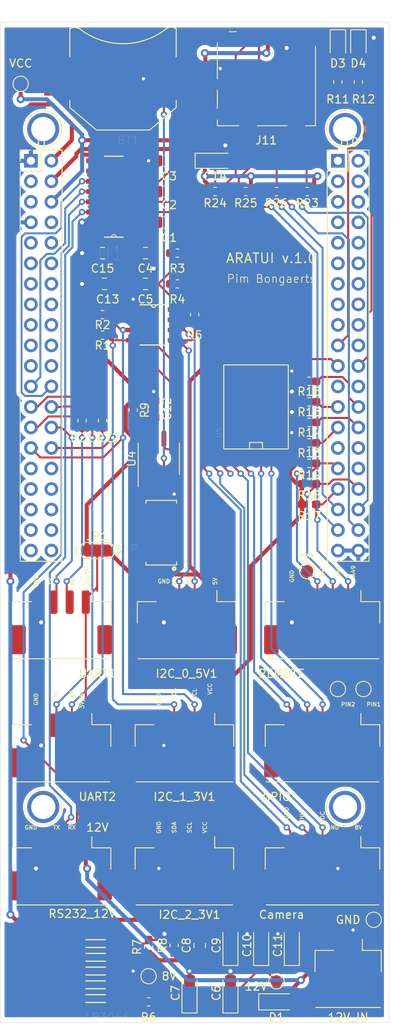
<source format=kicad_pcb>
(kicad_pcb (version 20171130) (host pcbnew "(5.1.5-0-10_14)")
  (title_block (title Aratui) (date 2020-01-21) (rev 1.0))
  (layers (0 F.Cu signal) (31 B.Cu signal) (34 B.Paste user) (35 F.Paste user) (36 B.SilkS user) (37 F.SilkS user) (38 B.Mask user) (39 F.Mask user) (44 Edge.Cuts user))
  (net 0 "")
  (net 1 "Net-(C1-Pad1)")
  (net 2 "Net-(C1-Pad2)")
  (net 3 "Net-(C2-Pad2)")
  (net 4 "Net-(C2-Pad1)")
  (net 5 "Net-(C3-Pad2)")
  (net 6 GND)
  (net 7 "Net-(C4-Pad1)")
  (net 8 "Net-(C5-Pad1)")
  (net 9 "Net-(C6-Pad1)")
  (net 10 VIN_8V)
  (net 11 "Net-(C8-Pad2)")
  (net 12 "Net-(C12-Pad2)")
  (net 13 VCC)
  (net 14 +12V)
  (net 15 "Net-(D3-Pad2)")
  (net 16 "Net-(D4-Pad2)")
  (net 17 +5V)
  (net 18 RXD3)
  (net 19 TXD3)
  (net 20 RXD2)
  (net 21 TXD2)
  (net 22 RXD1)
  (net 23 TXD1)
  (net 24 SCL)
  (net 25 SDA)
  (net 26 SCK)
  (net 27 SS)
  (net 28 MISO)
  (net 29 ARD48)
  (net 30 ARD49)
  (net 31 ARD47)
  (net 32 ARD42)
  (net 33 ARD40)
  (net 34 ARD41)
  (net 35 ARD37)
  (net 36 MOSI)
  (net 37 "Net-(R6-Pad1)")
  (net 38 "Net-(R13-Pad1)")
  (net 39 "Net-(R14-Pad1)")
  (net 40 "Net-(R15-Pad1)")
  (net 41 "Net-(R16-Pad1)")
  (net 42 "Net-(U4-Pad1)")
  (net 43 "Net-(U4-Pad2)")
  (net 44 "Net-(BT1-PadS1+)")
  (net 45 ARD43)
  (net 46 ARD36)
  (net 47 ARD35)
  (net 48 "Net-(Camera1-Pad5)")
  (net 49 "Net-(Camera1-Pad4)")
  (net 50 "Net-(Camera1-Pad3)")
  (net 51 "Net-(GPIO1-Pad1)")
  (net 52 "Net-(GPIO1-Pad2)")
  (net 53 "Net-(GPIO1-Pad3)")
  (net 54 "Net-(GPIO1-Pad4)")
  (net 55 "Net-(GPIO1-Pad5)")
  (net 56 "Net-(I2C_0_5V1-Pad2)")
  (net 57 "Net-(I2C_0_5V1-Pad3)")
  (net 58 "Net-(JP1-Pad2)")
  (net 59 "Net-(R21-Pad2)")
  (net 60 "Net-(R22-Pad2)")
  (net 61 "Net-(REMOTE1-Pad4)")
  (net 62 TX_RS232)
  (net 63 RX_RS232)
  (module TestPoint:TestPoint_Plated_Hole_D3.0mm (layer F.Cu) (at 164.72 153.67)
    (fp_text reference REF**)
    (fp_text value TestPoint_Plated_Hole_D3.0mm)
    (pad 1 thru_hole circle (at 0 0) (size 4 4) (drill 3) (layers *.Cu *.Mask))
  )
  (module TestPoint:TestPoint_Plated_Hole_D3.0mm (layer F.Cu) (at 127.26 153.67)
    (fp_text reference REF**)
    (fp_text value TestPoint_Plated_Hole_D3.0mm)
    (pad 1 thru_hole circle (at 0 0) (size 4 4) (drill 3) (layers *.Cu *.Mask))
  )
  (module TestPoint:TestPoint_Plated_Hole_D3.0mm (layer F.Cu) (at 164.72 69.73)
    (fp_text reference REF**)
    (fp_text value TestPoint_Plated_Hole_D3.0mm)
    (pad 1 thru_hole circle (at 0 0) (size 4 4) (drill 3) (layers *.Cu *.Mask))
  )
  (module BAT_BK-885 (layer F.Cu) (at 137.16 63.5)
    (fp_text reference BT1 (at 0.635 7.62) (layer F.SilkS) (effects (font (thickness 0.015))))
    (fp_text value BK-885)
    (pad - smd rect (at 0 0) (size 3.96 3.96) (layers F.Cu F.Mask) (net 6 GND))
    (pad S2+ smd rect (at 7.685 0) (size 4.17 4.17) (layers F.Cu F.Paste F.Mask) (net 44 "Net-(BT1-PadS1+)"))
    (pad S1+ smd rect (at -7.685 0) (size 4.17 4.17) (layers F.Cu F.Paste F.Mask) (net 44 "Net-(BT1-PadS1+)"))
  )
  (module TestPoint:TestPoint_Plated_Hole_D3.0mm (layer F.Cu) (at 127.26 69.73)
    (fp_text reference REF**)
    (fp_text value TestPoint_Plated_Hole_D3.0mm)
    (pad 1 thru_hole circle (at 0 0) (size 4 4) (drill 3) (layers *.Cu *.Mask))
  )
  (module Connector_PinHeader_2.54mm:PinHeader_2x20_P2.54mm_Vertical (layer F.Cu) (at 125.73 73.66)
    (fp_text reference J1 (at 1.27 -2.33) (layer F.SilkS))
    (fp_text value Conn_02x20_Odd_Even)
    (pad 1 thru_hole rect (at 0 0) (size 1.7 1.7) (drill 1) (layers *.Cu *.Mask) (net 6 GND))
    (pad 2 thru_hole oval (at 2.54 0) (size 1.7 1.7) (drill 1) (layers *.Cu *.Mask) (net 10 VIN_8V))
    (pad 3 thru_hole oval (at 0 2.54) (size 1.7 1.7) (drill 1) (layers *.Cu *.Mask))
    (pad 4 thru_hole oval (at 2.54 2.54) (size 1.7 1.7) (drill 1) (layers *.Cu *.Mask) (net 17 +5V))
    (pad 5 thru_hole oval (at 0 5.08) (size 1.7 1.7) (drill 1) (layers *.Cu *.Mask))
    (pad 6 thru_hole oval (at 2.54 5.08) (size 1.7 1.7) (drill 1) (layers *.Cu *.Mask) (net 13 VCC))
    (pad 7 thru_hole oval (at 0 7.62) (size 1.7 1.7) (drill 1) (layers *.Cu *.Mask) (net 6 GND))
    (pad 8 thru_hole oval (at 2.54 7.62) (size 1.7 1.7) (drill 1) (layers *.Cu *.Mask))
    (pad 9 thru_hole oval (at 0 10.16) (size 1.7 1.7) (drill 1) (layers *.Cu *.Mask))
    (pad 10 thru_hole oval (at 2.54 10.16) (size 1.7 1.7) (drill 1) (layers *.Cu *.Mask))
    (pad 11 thru_hole oval (at 0 12.7) (size 1.7 1.7) (drill 1) (layers *.Cu *.Mask))
    (pad 12 thru_hole oval (at 2.54 12.7) (size 1.7 1.7) (drill 1) (layers *.Cu *.Mask))
    (pad 13 thru_hole oval (at 0 15.24) (size 1.7 1.7) (drill 1) (layers *.Cu *.Mask))
    (pad 14 thru_hole oval (at 2.54 15.24) (size 1.7 1.7) (drill 1) (layers *.Cu *.Mask))
    (pad 15 thru_hole oval (at 0 17.78) (size 1.7 1.7) (drill 1) (layers *.Cu *.Mask))
    (pad 16 thru_hole oval (at 2.54 17.78) (size 1.7 1.7) (drill 1) (layers *.Cu *.Mask))
    (pad 17 thru_hole oval (at 0 20.32) (size 1.7 1.7) (drill 1) (layers *.Cu *.Mask))
    (pad 18 thru_hole oval (at 2.54 20.32) (size 1.7 1.7) (drill 1) (layers *.Cu *.Mask))
    (pad 19 thru_hole oval (at 0 22.86) (size 1.7 1.7) (drill 1) (layers *.Cu *.Mask))
    (pad 20 thru_hole oval (at 2.54 22.86) (size 1.7 1.7) (drill 1) (layers *.Cu *.Mask))
    (pad 21 thru_hole oval (at 0 25.4) (size 1.7 1.7) (drill 1) (layers *.Cu *.Mask))
    (pad 22 thru_hole oval (at 2.54 25.4) (size 1.7 1.7) (drill 1) (layers *.Cu *.Mask))
    (pad 23 thru_hole oval (at 0 27.94) (size 1.7 1.7) (drill 1) (layers *.Cu *.Mask) (net 18 RXD3))
    (pad 24 thru_hole oval (at 2.54 27.94) (size 1.7 1.7) (drill 1) (layers *.Cu *.Mask) (net 19 TXD3))
    (pad 25 thru_hole oval (at 0 30.48) (size 1.7 1.7) (drill 1) (layers *.Cu *.Mask) (net 20 RXD2))
    (pad 26 thru_hole oval (at 2.54 30.48) (size 1.7 1.7) (drill 1) (layers *.Cu *.Mask) (net 21 TXD2))
    (pad 27 thru_hole oval (at 0 33.02) (size 1.7 1.7) (drill 1) (layers *.Cu *.Mask) (net 22 RXD1))
    (pad 28 thru_hole oval (at 2.54 33.02) (size 1.7 1.7) (drill 1) (layers *.Cu *.Mask) (net 23 TXD1))
    (pad 29 thru_hole oval (at 0 35.56) (size 1.7 1.7) (drill 1) (layers *.Cu *.Mask) (net 24 SCL))
    (pad 30 thru_hole oval (at 2.54 35.56) (size 1.7 1.7) (drill 1) (layers *.Cu *.Mask) (net 25 SDA))
    (pad 31 thru_hole oval (at 0 38.1) (size 1.7 1.7) (drill 1) (layers *.Cu *.Mask))
    (pad 32 thru_hole oval (at 2.54 38.1) (size 1.7 1.7) (drill 1) (layers *.Cu *.Mask))
    (pad 33 thru_hole oval (at 0 40.64) (size 1.7 1.7) (drill 1) (layers *.Cu *.Mask))
    (pad 34 thru_hole oval (at 2.54 40.64) (size 1.7 1.7) (drill 1) (layers *.Cu *.Mask))
    (pad 35 thru_hole oval (at 0 43.18) (size 1.7 1.7) (drill 1) (layers *.Cu *.Mask))
    (pad 36 thru_hole oval (at 2.54 43.18) (size 1.7 1.7) (drill 1) (layers *.Cu *.Mask))
    (pad 37 thru_hole oval (at 0 45.72) (size 1.7 1.7) (drill 1) (layers *.Cu *.Mask))
    (pad 38 thru_hole oval (at 2.54 45.72) (size 1.7 1.7) (drill 1) (layers *.Cu *.Mask))
    (pad 39 thru_hole oval (at 0 48.26) (size 1.7 1.7) (drill 1) (layers *.Cu *.Mask))
    (pad 40 thru_hole oval (at 2.54 48.26) (size 1.7 1.7) (drill 1) (layers *.Cu *.Mask))
  )
  (module Connector_PinHeader_2.54mm:PinHeader_2x20_P2.54mm_Vertical (layer F.Cu) (at 163.83 73.66)
    (fp_text reference J10 (at 1.27 -2.33) (layer F.SilkS))
    (fp_text value Conn_02x20_Odd_Even)
    (pad 40 thru_hole oval (at 2.54 48.26) (size 1.7 1.7) (drill 1) (layers *.Cu *.Mask) (net 6 GND))
    (pad 39 thru_hole oval (at 0 48.26) (size 1.7 1.7) (drill 1) (layers *.Cu *.Mask) (net 6 GND))
    (pad 38 thru_hole oval (at 2.54 45.72) (size 1.7 1.7) (drill 1) (layers *.Cu *.Mask) (net 26 SCK))
    (pad 37 thru_hole oval (at 0 45.72) (size 1.7 1.7) (drill 1) (layers *.Cu *.Mask) (net 27 SS))
    (pad 36 thru_hole oval (at 2.54 43.18) (size 1.7 1.7) (drill 1) (layers *.Cu *.Mask) (net 28 MISO))
    (pad 35 thru_hole oval (at 0 43.18) (size 1.7 1.7) (drill 1) (layers *.Cu *.Mask) (net 36 MOSI))
    (pad 34 thru_hole oval (at 2.54 40.64) (size 1.7 1.7) (drill 1) (layers *.Cu *.Mask) (net 29 ARD48))
    (pad 33 thru_hole oval (at 0 40.64) (size 1.7 1.7) (drill 1) (layers *.Cu *.Mask) (net 30 ARD49))
    (pad 32 thru_hole oval (at 2.54 38.1) (size 1.7 1.7) (drill 1) (layers *.Cu *.Mask))
    (pad 31 thru_hole oval (at 0 38.1) (size 1.7 1.7) (drill 1) (layers *.Cu *.Mask) (net 31 ARD47))
    (pad 30 thru_hole oval (at 2.54 35.56) (size 1.7 1.7) (drill 1) (layers *.Cu *.Mask))
    (pad 29 thru_hole oval (at 0 35.56) (size 1.7 1.7) (drill 1) (layers *.Cu *.Mask))
    (pad 28 thru_hole oval (at 2.54 33.02) (size 1.7 1.7) (drill 1) (layers *.Cu *.Mask) (net 32 ARD42))
    (pad 27 thru_hole oval (at 0 33.02) (size 1.7 1.7) (drill 1) (layers *.Cu *.Mask) (net 45 ARD43))
    (pad 26 thru_hole oval (at 2.54 30.48) (size 1.7 1.7) (drill 1) (layers *.Cu *.Mask) (net 33 ARD40))
    (pad 25 thru_hole oval (at 0 30.48) (size 1.7 1.7) (drill 1) (layers *.Cu *.Mask) (net 34 ARD41))
    (pad 24 thru_hole oval (at 2.54 27.94) (size 1.7 1.7) (drill 1) (layers *.Cu *.Mask))
    (pad 23 thru_hole oval (at 0 27.94) (size 1.7 1.7) (drill 1) (layers *.Cu *.Mask))
    (pad 22 thru_hole oval (at 2.54 25.4) (size 1.7 1.7) (drill 1) (layers *.Cu *.Mask) (net 46 ARD36))
    (pad 21 thru_hole oval (at 0 25.4) (size 1.7 1.7) (drill 1) (layers *.Cu *.Mask) (net 35 ARD37))
    (pad 20 thru_hole oval (at 2.54 22.86) (size 1.7 1.7) (drill 1) (layers *.Cu *.Mask))
    (pad 19 thru_hole oval (at 0 22.86) (size 1.7 1.7) (drill 1) (layers *.Cu *.Mask) (net 47 ARD35))
    (pad 18 thru_hole oval (at 2.54 20.32) (size 1.7 1.7) (drill 1) (layers *.Cu *.Mask))
    (pad 17 thru_hole oval (at 0 20.32) (size 1.7 1.7) (drill 1) (layers *.Cu *.Mask))
    (pad 16 thru_hole oval (at 2.54 17.78) (size 1.7 1.7) (drill 1) (layers *.Cu *.Mask))
    (pad 15 thru_hole oval (at 0 17.78) (size 1.7 1.7) (drill 1) (layers *.Cu *.Mask))
    (pad 14 thru_hole oval (at 2.54 15.24) (size 1.7 1.7) (drill 1) (layers *.Cu *.Mask))
    (pad 13 thru_hole oval (at 0 15.24) (size 1.7 1.7) (drill 1) (layers *.Cu *.Mask))
    (pad 12 thru_hole oval (at 2.54 12.7) (size 1.7 1.7) (drill 1) (layers *.Cu *.Mask))
    (pad 11 thru_hole oval (at 0 12.7) (size 1.7 1.7) (drill 1) (layers *.Cu *.Mask))
    (pad 10 thru_hole oval (at 2.54 10.16) (size 1.7 1.7) (drill 1) (layers *.Cu *.Mask))
    (pad 9 thru_hole oval (at 0 10.16) (size 1.7 1.7) (drill 1) (layers *.Cu *.Mask))
    (pad 8 thru_hole oval (at 2.54 7.62) (size 1.7 1.7) (drill 1) (layers *.Cu *.Mask))
    (pad 7 thru_hole oval (at 0 7.62) (size 1.7 1.7) (drill 1) (layers *.Cu *.Mask))
    (pad 6 thru_hole oval (at 2.54 5.08) (size 1.7 1.7) (drill 1) (layers *.Cu *.Mask))
    (pad 5 thru_hole oval (at 0 5.08) (size 1.7 1.7) (drill 1) (layers *.Cu *.Mask))
    (pad 4 thru_hole oval (at 2.54 2.54) (size 1.7 1.7) (drill 1) (layers *.Cu *.Mask))
    (pad 3 thru_hole oval (at 0 2.54) (size 1.7 1.7) (drill 1) (layers *.Cu *.Mask))
    (pad 2 thru_hole oval (at 2.54 0) (size 1.7 1.7) (drill 1) (layers *.Cu *.Mask))
    (pad 1 thru_hole rect (at 0 0) (size 1.7 1.7) (drill 1) (layers *.Cu *.Mask))
  )
  (module Connector_Card:microSD_HC_Molex_104031-0811 (layer F.Cu) (at 154.94 63.5)
    (fp_text reference J11 (at 0 7.62) (layer F.SilkS))
    (fp_text value 5025700893)
    (pad 1 smd rect (at -3.105 -5.45) (size 0.85 1.1) (layers F.Cu F.Paste F.Mask))
    (pad 8 smd rect (at 4.545 -5.45) (size 0.75 1.1) (layers F.Cu F.Paste F.Mask))
    (pad 2 smd rect (at -2.005 -5.45) (size 0.85 1.1) (layers F.Cu F.Paste F.Mask) (net 27 SS))
    (pad 3 smd rect (at -0.905 -5.45) (size 0.85 1.1) (layers F.Cu F.Paste F.Mask) (net 36 MOSI))
    (pad 4 smd rect (at 0.195 -5.45) (size 0.85 1.1) (layers F.Cu F.Paste F.Mask) (net 13 VCC))
    (pad 5 smd rect (at 1.295 -5.45) (size 0.85 1.1) (layers F.Cu F.Paste F.Mask) (net 26 SCK))
    (pad 6 smd rect (at 2.395 -5.45) (size 0.85 1.1) (layers F.Cu F.Paste F.Mask) (net 6 GND))
    (pad 7 smd rect (at 3.495 -5.45) (size 0.85 1.1) (layers F.Cu F.Paste F.Mask) (net 28 MISO))
    (pad 11 smd rect (at 5.755 -5.1) (size 1.17 1.8) (layers F.Cu F.Paste F.Mask))
    (pad 11 smd rect (at -5.565 -5.325) (size 1.55 1.35) (layers F.Cu F.Paste F.Mask))
    (pad 10 smd rect (at -5.74 4.4) (size 1.2 1) (layers F.Cu F.Paste F.Mask) (net 35 ARD37))
    (pad 9 smd rect (at -5.74 0.7) (size 1.2 1) (layers F.Cu F.Paste F.Mask) (net 6 GND))
    (pad 11 smd rect (at -2.24 5.375) (size 1.9 1.35) (layers F.Cu F.Paste F.Mask))
    (pad 11 smd rect (at 3.73 5.375) (size 1.9 1.35) (layers F.Cu F.Paste F.Mask))
  )
  (module Capacitor_SMD:C_0805_2012Metric_Pad1.15x1.40mm_HandSolder (layer F.Cu) (at 142.485 81.28)
    (fp_text reference C1 (at 0.39 1.905) (layer F.SilkS))
    (fp_text value 1uF)
    (pad 1 smd roundrect (at -1.025 0) (size 1.15 1.4) (layers F.Cu F.Paste F.Mask) (roundrect_rratio 0.217391) (net 1 "Net-(C1-Pad1)"))
    (pad 2 smd roundrect (at 1.025 0) (size 1.15 1.4) (layers F.Cu F.Paste F.Mask) (roundrect_rratio 0.217391) (net 2 "Net-(C1-Pad2)"))
  )
  (module Capacitor_SMD:C_0805_2012Metric_Pad1.15x1.40mm_HandSolder (layer F.Cu) (at 142.485 73.66)
    (fp_text reference C3 (at 0.39 1.905) (layer F.SilkS))
    (fp_text value 1uF)
    (pad 2 smd roundrect (at 1.025 0) (size 1.15 1.4) (layers F.Cu F.Paste F.Mask) (roundrect_rratio 0.217391) (net 5 "Net-(C3-Pad2)"))
    (pad 1 smd roundrect (at -1.025 0) (size 1.15 1.4) (layers F.Cu F.Paste F.Mask) (roundrect_rratio 0.217391) (net 6 GND))
  )
  (module Capacitor_SMD:C_0805_2012Metric_Pad1.15x1.40mm_HandSolder (layer F.Cu) (at 142.485 77.47 180)
    (fp_text reference C2 (at -0.39 -1.65) (layer F.SilkS))
    (fp_text value 1uF)
    (pad 2 smd roundrect (at 1.025 0 180) (size 1.15 1.4) (layers F.Cu F.Paste F.Mask) (roundrect_rratio 0.217391) (net 3 "Net-(C2-Pad2)"))
    (pad 1 smd roundrect (at -1.025 0 180) (size 1.15 1.4) (layers F.Cu F.Paste F.Mask) (roundrect_rratio 0.217391) (net 4 "Net-(C2-Pad1)"))
  )
  (module Capacitor_SMD:C_0805_2012Metric_Pad1.15x1.40mm_HandSolder (layer F.Cu) (at 139.945 85.09)
    (fp_text reference C4 (at 0 1.905) (layer F.SilkS))
    (fp_text value 1uF)
    (pad 1 smd roundrect (at -1.025 0) (size 1.15 1.4) (layers F.Cu F.Paste F.Mask) (roundrect_rratio 0.217391) (net 7 "Net-(C4-Pad1)"))
    (pad 2 smd roundrect (at 1.025 0) (size 1.15 1.4) (layers F.Cu F.Paste F.Mask) (roundrect_rratio 0.217391) (net 6 GND))
  )
  (module Capacitor_SMD:C_0805_2012Metric_Pad1.15x1.40mm_HandSolder (layer F.Cu) (at 139.945 88.9 180)
    (fp_text reference C5 (at 0 -1.905) (layer F.SilkS))
    (fp_text value 1uF)
    (pad 2 smd roundrect (at 1.025 0 180) (size 1.15 1.4) (layers F.Cu F.Paste F.Mask) (roundrect_rratio 0.217391) (net 6 GND))
    (pad 1 smd roundrect (at -1.025 0 180) (size 1.15 1.4) (layers F.Cu F.Paste F.Mask) (roundrect_rratio 0.217391) (net 8 "Net-(C5-Pad1)"))
  )
  (module Capacitor_Tantalum_SMD:CP_EIA-3216-10_Kemet-I_Pad1.58x1.35mm_HandSolder (layer F.Cu) (at 150.495 176.6975 90)
    (fp_text reference C6 (at 0 -1.75 90) (layer F.SilkS))
    (fp_text value 33uF)
    (pad 1 smd roundrect (at -1.4375 0 90) (size 1.575 1.35) (layers F.Cu F.Paste F.Mask) (roundrect_rratio 0.185185) (net 9 "Net-(C6-Pad1)"))
    (pad 2 smd roundrect (at 1.4375 0 90) (size 1.575 1.35) (layers F.Cu F.Paste F.Mask) (roundrect_rratio 0.185185) (net 6 GND))
  )
  (module Capacitor_Tantalum_SMD:CP_EIA-3216-10_Kemet-I_Pad1.58x1.35mm_HandSolder (layer F.Cu) (at 145.415 176.6975 90)
    (fp_text reference C7 (at 0 -1.75 90) (layer F.SilkS))
    (fp_text value 33uF)
    (pad 2 smd roundrect (at 1.4375 0 90) (size 1.575 1.35) (layers F.Cu F.Paste F.Mask) (roundrect_rratio 0.185185) (net 6 GND))
    (pad 1 smd roundrect (at -1.4375 0 90) (size 1.575 1.35) (layers F.Cu F.Paste F.Mask) (roundrect_rratio 0.185185) (net 9 "Net-(C6-Pad1)"))
  )
  (module Capacitor_SMD:C_0805_2012Metric_Pad1.15x1.40mm_HandSolder (layer F.Cu) (at 146.685 170.815 90)
    (fp_text reference C8 (at 0 -1.65 90) (layer F.SilkS))
    (fp_text value 68pF)
    (pad 1 smd roundrect (at -1.025 0 90) (size 1.15 1.4) (layers F.Cu F.Paste F.Mask) (roundrect_rratio 0.217391) (net 10 VIN_8V))
    (pad 2 smd roundrect (at 1.025 0 90) (size 1.15 1.4) (layers F.Cu F.Paste F.Mask) (roundrect_rratio 0.217391) (net 11 "Net-(C8-Pad2)"))
  )
  (module Capacitor_Tantalum_SMD:CP_EIA-3216-10_Kemet-I_Pad1.58x1.35mm_HandSolder (layer F.Cu) (at 150.495 170.815 90)
    (fp_text reference C9 (at 0 -1.75 90) (layer F.SilkS))
    (fp_text value 33uF)
    (pad 1 smd roundrect (at -1.4375 0 90) (size 1.575 1.35) (layers F.Cu F.Paste F.Mask) (roundrect_rratio 0.185185) (net 10 VIN_8V))
    (pad 2 smd roundrect (at 1.4375 0 90) (size 1.575 1.35) (layers F.Cu F.Paste F.Mask) (roundrect_rratio 0.185185) (net 6 GND))
  )
  (module Capacitor_Tantalum_SMD:CP_EIA-3216-10_Kemet-I_Pad1.58x1.35mm_HandSolder (layer F.Cu) (at 154.305 170.815 90)
    (fp_text reference C10 (at 0 -1.75 90) (layer F.SilkS))
    (fp_text value 33uF)
    (pad 2 smd roundrect (at 1.4375 0 90) (size 1.575 1.35) (layers F.Cu F.Paste F.Mask) (roundrect_rratio 0.185185) (net 6 GND))
    (pad 1 smd roundrect (at -1.4375 0 90) (size 1.575 1.35) (layers F.Cu F.Paste F.Mask) (roundrect_rratio 0.185185) (net 10 VIN_8V))
  )
  (module Capacitor_Tantalum_SMD:CP_EIA-3216-10_Kemet-I_Pad1.58x1.35mm_HandSolder (layer F.Cu) (at 158.115 170.815 90)
    (fp_text reference C11 (at 0 -1.75 90) (layer F.SilkS))
    (fp_text value 33uF)
    (pad 1 smd roundrect (at -1.4375 0 90) (size 1.575 1.35) (layers F.Cu F.Paste F.Mask) (roundrect_rratio 0.185185) (net 10 VIN_8V))
    (pad 2 smd roundrect (at 1.4375 0 90) (size 1.575 1.35) (layers F.Cu F.Paste F.Mask) (roundrect_rratio 0.185185) (net 6 GND))
  )
  (module Capacitor_SMD:C_0805_2012Metric_Pad1.15x1.40mm_HandSolder (layer F.Cu) (at 140.97 104.385 270)
    (fp_text reference C12 (at 0 -1.65 90) (layer F.SilkS))
    (fp_text value 1uF)
    (pad 1 smd roundrect (at -1.025 0 270) (size 1.15 1.4) (layers F.Cu F.Paste F.Mask) (roundrect_rratio 0.217391) (net 6 GND))
    (pad 2 smd roundrect (at 1.025 0 270) (size 1.15 1.4) (layers F.Cu F.Paste F.Mask) (roundrect_rratio 0.217391) (net 12 "Net-(C12-Pad2)"))
  )
  (module Capacitor_SMD:C_0805_2012Metric_Pad1.15x1.40mm_HandSolder (layer F.Cu) (at 134.865 88.9)
    (fp_text reference C13 (at 0.39 1.905) (layer F.SilkS))
    (fp_text value 1uF)
    (pad 2 smd roundrect (at 1.025 0) (size 1.15 1.4) (layers F.Cu F.Paste F.Mask) (roundrect_rratio 0.217391) (net 13 VCC))
    (pad 1 smd roundrect (at -1.025 0) (size 1.15 1.4) (layers F.Cu F.Paste F.Mask) (roundrect_rratio 0.217391) (net 6 GND))
  )
  (module Capacitor_Tantalum_SMD:CP_EIA-3216-10_Kemet-I_Pad1.58x1.35mm_HandSolder (layer F.Cu) (at 148.59 73.66)
    (fp_text reference C14 (at 0 1.905) (layer F.SilkS))
    (fp_text value 33uF)
    (pad 2 smd roundrect (at 1.4375 0) (size 1.575 1.35) (layers F.Cu F.Paste F.Mask) (roundrect_rratio 0.185185) (net 6 GND))
    (pad 1 smd roundrect (at -1.4375 0) (size 1.575 1.35) (layers F.Cu F.Paste F.Mask) (roundrect_rratio 0.185185) (net 13 VCC))
  )
  (module Capacitor_SMD:C_0805_2012Metric_Pad1.15x1.40mm_HandSolder (layer F.Cu) (at 134.62 85.09 180)
    (fp_text reference C15 (at 0 -1.905) (layer F.SilkS))
    (fp_text value 1uF)
    (pad 2 smd roundrect (at 1.025 0 180) (size 1.15 1.4) (layers F.Cu F.Paste F.Mask) (roundrect_rratio 0.217391) (net 6 GND))
    (pad 1 smd roundrect (at -1.025 0 180) (size 1.15 1.4) (layers F.Cu F.Paste F.Mask) (roundrect_rratio 0.217391) (net 13 VCC))
  )
  (module Diode_SMD:D_SOD-123F (layer F.Cu) (at 156.21 177.8)
    (fp_text reference D1 (at 0 1.905) (layer F.SilkS))
    (fp_text value D)
    (pad 1 smd rect (at -1.4 0) (size 1.1 1.1) (layers F.Cu F.Paste F.Mask) (net 9 "Net-(C6-Pad1)"))
    (pad 2 smd rect (at 1.4 0) (size 1.1 1.1) (layers F.Cu F.Paste F.Mask) (net 14 +12V))
  )
  (module LED_SMD:LED_0805_2012Metric_Pad1.15x1.40mm_HandSolder (layer F.Cu) (at 163.83 59.3 270)
    (fp_text reference D3 (at 2.295 0 180) (layer F.SilkS))
    (fp_text value LED_Small)
    (pad 2 smd roundrect (at 1.025 0 270) (size 1.15 1.4) (layers F.Cu F.Paste F.Mask) (roundrect_rratio 0.217391) (net 15 "Net-(D3-Pad2)"))
    (pad 1 smd roundrect (at -1.025 0 270) (size 1.15 1.4) (layers F.Cu F.Paste F.Mask) (roundrect_rratio 0.217391) (net 6 GND))
  )
  (module LED_SMD:LED_0805_2012Metric_Pad1.15x1.40mm_HandSolder (layer F.Cu) (at 166.37 59.3 270)
    (fp_text reference D4 (at 2.295 0 180) (layer F.SilkS))
    (fp_text value LED_Small)
    (pad 2 smd roundrect (at 1.025 0 270) (size 1.15 1.4) (layers F.Cu F.Paste F.Mask) (roundrect_rratio 0.217391) (net 16 "Net-(D4-Pad2)"))
    (pad 1 smd roundrect (at -1.025 0 270) (size 1.15 1.4) (layers F.Cu F.Paste F.Mask) (roundrect_rratio 0.217391) (net 6 GND))
  )
  (module Connector_Molex:Molex_CLIK-Mate_502443-0470_1x04-1MP_P2.00mm_Vertical (layer F.Cu) (at 129.54 130.81 180)
    (fp_text reference UART1 (at -4.445 -6.35) (layer F.SilkS))
    (fp_text value UART_1)
    (pad MP smd roundrect (at 5.35 -2.15 180) (size 1.8 3.6) (layers F.Cu F.Paste F.Mask) (roundrect_rratio 0.138889))
    (pad MP smd roundrect (at -5.35 -2.15 180) (size 1.8 3.6) (layers F.Cu F.Paste F.Mask) (roundrect_rratio 0.138889))
    (pad 4 smd roundrect (at 3 2.5 180) (size 1 2.9) (layers F.Cu F.Paste F.Mask) (net 6 GND))
    (pad 3 smd roundrect (at 1 2.5 180) (size 1 2.9) (layers F.Cu F.Paste F.Mask) (net 23 TXD1))
    (pad 2 smd roundrect (at -1 2.5 180) (size 1 2.9) (layers F.Cu F.Paste F.Mask) (net 59 "Net-(R21-Pad2)"))
    (pad 1 smd roundrect (at -3 2.5 180) (size 1 2.9) (layers F.Cu F.Paste F.Mask) (net 58 "Net-(JP1-Pad2)"))
  )
  (module Connector_Molex:Molex_CLIK-Mate_502443-0470_1x04-1MP_P2.00mm_Vertical (layer F.Cu) (at 129.54 146.05 180)
    (fp_text reference UART2 (at -4.445 -6.35) (layer F.SilkS))
    (fp_text value UART_2)
    (pad 1 smd roundrect (at -3 2.5 180) (size 1 2.9) (layers F.Cu F.Paste F.Mask) (net 58 "Net-(JP1-Pad2)"))
    (pad 2 smd roundrect (at -1 2.5 180) (size 1 2.9) (layers F.Cu F.Paste F.Mask) (net 60 "Net-(R22-Pad2)"))
    (pad 3 smd roundrect (at 1 2.5 180) (size 1 2.9) (layers F.Cu F.Paste F.Mask) (net 21 TXD2))
    (pad 4 smd roundrect (at 3 2.5 180) (size 1 2.9) (layers F.Cu F.Paste F.Mask) (net 6 GND))
    (pad MP smd roundrect (at -5.35 -2.15 180) (size 1.8 3.6) (layers F.Cu F.Paste F.Mask) (roundrect_rratio 0.138889))
    (pad MP smd roundrect (at 5.35 -2.15 180) (size 1.8 3.6) (layers F.Cu F.Paste F.Mask) (roundrect_rratio 0.138889))
  )
  (module Connector_Molex:Molex_CLIK-Mate_502443-0470_1x04-1MP_P2.00mm_Vertical (layer F.Cu) (at 145.05 130.81 180)
    (fp_text reference I2C_0_5V1 (at 0 -6.35) (layer F.SilkS))
    (fp_text value I2C_0_5V)
    (pad 1 smd roundrect (at -3 2.5 180) (size 1 2.9) (layers F.Cu F.Paste F.Mask) (net 17 +5V))
    (pad 2 smd roundrect (at -1 2.5 180) (size 1 2.9) (layers F.Cu F.Paste F.Mask) (net 56 "Net-(I2C_0_5V1-Pad2)"))
    (pad 3 smd roundrect (at 1 2.5 180) (size 1 2.9) (layers F.Cu F.Paste F.Mask) (net 57 "Net-(I2C_0_5V1-Pad3)"))
    (pad 4 smd roundrect (at 3 2.5 180) (size 1 2.9) (layers F.Cu F.Paste F.Mask) (net 6 GND))
    (pad MP smd roundrect (at -5.35 -2.15 180) (size 1.8 3.6) (layers F.Cu F.Paste F.Mask) (roundrect_rratio 0.138889))
    (pad MP smd roundrect (at 5.35 -2.15 180) (size 1.8 3.6) (layers F.Cu F.Paste F.Mask) (roundrect_rratio 0.138889))
  )
  (module Connector_Molex:Molex_CLIK-Mate_502443-0470_1x04-1MP_P2.00mm_Vertical (layer F.Cu) (at 144.78 146.05 180)
    (fp_text reference I2C_1_3V1 (at 0 -6.35) (layer F.SilkS))
    (fp_text value I2C_1_3V)
    (pad MP smd roundrect (at 5.35 -2.15 180) (size 1.8 3.6) (layers F.Cu F.Paste F.Mask) (roundrect_rratio 0.138889))
    (pad MP smd roundrect (at -5.35 -2.15 180) (size 1.8 3.6) (layers F.Cu F.Paste F.Mask) (roundrect_rratio 0.138889))
    (pad 4 smd roundrect (at 3 2.5 180) (size 1 2.9) (layers F.Cu F.Paste F.Mask) (net 6 GND))
    (pad 3 smd roundrect (at 1 2.5 180) (size 1 2.9) (layers F.Cu F.Paste F.Mask) (net 25 SDA))
    (pad 2 smd roundrect (at -1 2.5 180) (size 1 2.9) (layers F.Cu F.Paste F.Mask) (net 24 SCL))
    (pad 1 smd roundrect (at -3 2.5 180) (size 1 2.9) (layers F.Cu F.Paste F.Mask) (net 13 VCC))
  )
  (module Connector_Molex:Molex_CLIK-Mate_502443-0470_1x04-1MP_P2.00mm_Vertical (layer F.Cu) (at 144.78 161.29 180)
    (fp_text reference I2C_2_3V1 (at -0.635 -5.715) (layer F.SilkS))
    (fp_text value I2C_2_3V)
    (pad MP smd roundrect (at 5.35 -2.15 180) (size 1.8 3.6) (layers F.Cu F.Paste F.Mask) (roundrect_rratio 0.138889))
    (pad MP smd roundrect (at -5.35 -2.15 180) (size 1.8 3.6) (layers F.Cu F.Paste F.Mask) (roundrect_rratio 0.138889))
    (pad 4 smd roundrect (at 3 2.5 180) (size 1 2.9) (layers F.Cu F.Paste F.Mask) (net 6 GND))
    (pad 3 smd roundrect (at 1 2.5 180) (size 1 2.9) (layers F.Cu F.Paste F.Mask) (net 25 SDA))
    (pad 2 smd roundrect (at -1 2.5 180) (size 1 2.9) (layers F.Cu F.Paste F.Mask) (net 24 SCL))
    (pad 1 smd roundrect (at -3 2.5 180) (size 1 2.9) (layers F.Cu F.Paste F.Mask) (net 13 VCC))
  )
  (module Connector_Molex:Molex_CLIK-Mate_502443-0570_1x05-1MP_P2.00mm_Vertical (layer F.Cu) (at 161.925 146.05 180)
    (fp_text reference GPIO (at 5.715 -6.35) (layer F.SilkS))
    (fp_text value GPIO)
    (pad 1 smd roundrect (at -4 2.5 180) (size 1 2.9) (layers F.Cu F.Paste F.Mask) (net 51 "Net-(GPIO1-Pad1)"))
    (pad 2 smd roundrect (at -2 2.5 180) (size 1 2.9) (layers F.Cu F.Paste F.Mask) (net 52 "Net-(GPIO1-Pad2)"))
    (pad 3 smd roundrect (at 0 2.5 180) (size 1 2.9) (layers F.Cu F.Paste F.Mask) (net 53 "Net-(GPIO1-Pad3)"))
    (pad 4 smd roundrect (at 2 2.5 180) (size 1 2.9) (layers F.Cu F.Paste F.Mask) (net 54 "Net-(GPIO1-Pad4)"))
    (pad 5 smd roundrect (at 4 2.5 180) (size 1 2.9) (layers F.Cu F.Paste F.Mask) (net 55 "Net-(GPIO1-Pad5)"))
    (pad MP smd roundrect (at -6.35 -2.15 180) (size 1.8 3.6) (layers F.Cu F.Paste F.Mask) (roundrect_rratio 0.138889))
    (pad MP smd roundrect (at 6.35 -2.15 180) (size 1.8 3.6) (layers F.Cu F.Paste F.Mask) (roundrect_rratio 0.138889))
  )
  (module Connector_Molex:Molex_CLIK-Mate_502443-0570_1x05-1MP_P2.00mm_Vertical (layer F.Cu) (at 161.925 161.29 180)
    (fp_text reference Camera (at 5.08 -5.715) (layer F.SilkS))
    (fp_text value Camera)
    (pad MP smd roundrect (at 6.35 -2.15 180) (size 1.8 3.6) (layers F.Cu F.Paste F.Mask) (roundrect_rratio 0.138889))
    (pad MP smd roundrect (at -6.35 -2.15 180) (size 1.8 3.6) (layers F.Cu F.Paste F.Mask) (roundrect_rratio 0.138889))
    (pad 5 smd roundrect (at 4 2.5 180) (size 1 2.9) (layers F.Cu F.Paste F.Mask) (net 48 "Net-(Camera1-Pad5)"))
    (pad 4 smd roundrect (at 2 2.5 180) (size 1 2.9) (layers F.Cu F.Paste F.Mask) (net 49 "Net-(Camera1-Pad4)"))
    (pad 3 smd roundrect (at 0 2.5 180) (size 1 2.9) (layers F.Cu F.Paste F.Mask) (net 50 "Net-(Camera1-Pad3)"))
    (pad 2 smd roundrect (at -2 2.5 180) (size 1 2.9) (layers F.Cu F.Paste F.Mask) (net 6 GND))
    (pad 1 smd roundrect (at -4 2.5 180) (size 1 2.9) (layers F.Cu F.Paste F.Mask) (net 10 VIN_8V))
  )
  (module Connector_Molex:Molex_CLIK-Mate_502443-0570_1x05-1MP_P2.00mm_Vertical (layer F.Cu) (at 161.925 130.81 180)
    (fp_text reference REMOTE (at 5.08 -6.35) (layer F.SilkS))
    (fp_text value Remote)
    (pad MP smd roundrect (at 6.35 -2.15 180) (size 1.8 3.6) (layers F.Cu F.Paste F.Mask) (roundrect_rratio 0.138889))
    (pad MP smd roundrect (at -6.35 -2.15 180) (size 1.8 3.6) (layers F.Cu F.Paste F.Mask) (roundrect_rratio 0.138889))
    (pad 5 smd roundrect (at 4 2.5 180) (size 1 2.9) (layers F.Cu F.Paste F.Mask) (net 6 GND))
    (pad 4 smd roundrect (at 2 2.5 180) (size 1 2.9) (layers F.Cu F.Paste F.Mask) (net 61 "Net-(REMOTE1-Pad4)"))
    (pad 3 smd roundrect (at 0 2.5 180) (size 1 2.9) (layers F.Cu F.Paste F.Mask) (net 31 ARD47))
    (pad 2 smd roundrect (at -2 2.5 180) (size 1 2.9) (layers F.Cu F.Paste F.Mask) (net 29 ARD48))
    (pad 1 smd roundrect (at -4 2.5 180) (size 1 2.9) (layers F.Cu F.Paste F.Mask) (net 30 ARD49))
  )
  (module Jumper:SolderJumper-3_P1.3mm_Open_RoundedPad1.0x1.5mm_NumberLabels (layer F.Cu) (at 133.955 121.92)
    (fp_text reference JP1 (at 0 -1.8) (layer F.SilkS))
    (fp_text value SJ_Supply)
    (fp_text user 1 (at -2.6 0) (layer F.SilkS))
    (fp_text user 3 (at 2.6 0) (layer F.SilkS))
    (pad 2 smd rect (at 0 0) (size 1 1.5) (layers F.Cu F.Mask) (net 58 "Net-(JP1-Pad2)"))
    (pad 3 smd custom (at 1.3 0) (size 1 0.5) (layers F.Cu F.Mask) (net 17 +5V) (options (clearance outline) (anchor rect)) (primitives (gr_circle (center 0 0.25) (end 0.5 0.25) (width 0)) (gr_circle (center 0 -0.25) (end 0.5 -0.25) (width 0)) (gr_poly (pts (xy -0.55 -0.75) (xy 0 -0.75) (xy 0 0.75) (xy -0.55 0.75)) (width 0))))
    (pad 1 smd custom (at -1.3 0) (size 1 0.5) (layers F.Cu F.Mask) (net 13 VCC) (options (clearance outline) (anchor rect)) (primitives (gr_circle (center 0 0.25) (end 0.5 0.25) (width 0)) (gr_circle (center 0 -0.25) (end 0.5 -0.25) (width 0)) (gr_poly (pts (xy 0.55 -0.75) (xy 0 -0.75) (xy 0 0.75) (xy 0.55 0.75)) (width 0))))
  )
  (module Resistor_SMD:R_0603_1608Metric_Pad1.05x0.95mm_HandSolder (layer F.Cu) (at 134.62 95.25)
    (fp_text reference R1 (at 0 1.27) (layer F.SilkS))
    (fp_text value 1.1K)
    (pad 1 smd roundrect (at -0.875 0) (size 1.05 0.95) (layers F.Cu F.Paste F.Mask) (net 13 VCC))
    (pad 2 smd roundrect (at 0.875 0) (size 1.05 0.95) (layers F.Cu F.Paste F.Mask) (net 25 SDA))
  )
  (module Resistor_SMD:R_0603_1608Metric_Pad1.05x0.95mm_HandSolder (layer F.Cu) (at 134.62 92.71)
    (fp_text reference R2 (at 0 1.27) (layer F.SilkS))
    (fp_text value 1.1K)
    (pad 2 smd roundrect (at 0.875 0) (size 1.05 0.95) (layers F.Cu F.Paste F.Mask) (net 24 SCL))
    (pad 1 smd roundrect (at -0.875 0) (size 1.05 0.95) (layers F.Cu F.Paste F.Mask) (net 13 VCC))
  )
  (module Resistor_SMD:R_0603_1608Metric_Pad1.05x0.95mm_HandSolder (layer F.Cu) (at 143.905 85.09 180)
    (fp_text reference R3 (at 0 -1.905) (layer F.SilkS))
    (fp_text value 200K)
    (pad 1 smd roundrect (at -0.875 0 180) (size 1.05 0.95) (layers F.Cu F.Paste F.Mask) (net 17 +5V))
    (pad 2 smd roundrect (at 0.875 0 180) (size 1.05 0.95) (layers F.Cu F.Paste F.Mask) (net 8 "Net-(C5-Pad1)"))
  )
  (module Resistor_SMD:R_0603_1608Metric_Pad1.05x0.95mm_HandSolder (layer F.Cu) (at 143.905 88.9 180)
    (fp_text reference R4 (at 0 -1.905) (layer F.SilkS))
    (fp_text value 1.1K)
    (pad 2 smd roundrect (at 0.875 0 180) (size 1.05 0.95) (layers F.Cu F.Paste F.Mask) (net 56 "Net-(I2C_0_5V1-Pad2)"))
    (pad 1 smd roundrect (at -0.875 0 180) (size 1.05 0.95) (layers F.Cu F.Paste F.Mask) (net 17 +5V))
  )
  (module Resistor_SMD:R_0603_1608Metric_Pad1.05x0.95mm_HandSolder (layer F.Cu) (at 146.05 92.71 270)
    (fp_text reference R5 (at 2.54 0 180) (layer F.SilkS))
    (fp_text value 1.1K)
    (pad 1 smd roundrect (at -0.875 0 270) (size 1.05 0.95) (layers F.Cu F.Paste F.Mask) (net 17 +5V))
    (pad 2 smd roundrect (at 0.875 0 270) (size 1.05 0.95) (layers F.Cu F.Paste F.Mask) (net 57 "Net-(I2C_0_5V1-Pad3)"))
  )
  (module Resistor_SMD:R_0603_1608Metric_Pad1.05x0.95mm_HandSolder (layer F.Cu) (at 140.335 177.8)
    (fp_text reference R6 (at 0 1.905) (layer F.SilkS))
    (fp_text value 11K)
    (pad 2 smd roundrect (at 0.875 0) (size 1.05 0.95) (layers F.Cu F.Paste F.Mask) (net 9 "Net-(C6-Pad1)"))
    (pad 1 smd roundrect (at -0.875 0) (size 1.05 0.95) (layers F.Cu F.Paste F.Mask) (net 37 "Net-(R6-Pad1)"))
  )
  (module Resistor_SMD:R_0603_1608Metric_Pad1.05x0.95mm_HandSolder (layer F.Cu) (at 140.335 171.015 90)
    (fp_text reference R7 (at 0 -1.43 90) (layer F.SilkS))
    (fp_text value 69K)
    (pad 1 smd roundrect (at -0.875 0 90) (size 1.05 0.95) (layers F.Cu F.Paste F.Mask) (net 10 VIN_8V))
    (pad 2 smd roundrect (at 0.875 0 90) (size 1.05 0.95) (layers F.Cu F.Paste F.Mask) (net 11 "Net-(C8-Pad2)"))
  )
  (module Resistor_SMD:R_0603_1608Metric_Pad1.05x0.95mm_HandSolder (layer F.Cu) (at 143.51 170.815 90)
    (fp_text reference R8 (at 0 -1.43 90) (layer F.SilkS))
    (fp_text value 11K)
    (pad 2 smd roundrect (at 0.875 0 90) (size 1.05 0.95) (layers F.Cu F.Paste F.Mask) (net 6 GND))
    (pad 1 smd roundrect (at -0.875 0 90) (size 1.05 0.95) (layers F.Cu F.Paste F.Mask) (net 11 "Net-(C8-Pad2)"))
  )
  (module Resistor_SMD:R_0603_1608Metric_Pad1.05x0.95mm_HandSolder (layer F.Cu) (at 138.43 104.535 270)
    (fp_text reference R9 (at 0 -1.43 90) (layer F.SilkS))
    (fp_text value 11K)
    (pad 2 smd roundrect (at 0.875 0 270) (size 1.05 0.95) (layers F.Cu F.Paste F.Mask) (net 12 "Net-(C12-Pad2)"))
    (pad 1 smd roundrect (at -0.875 0 270) (size 1.05 0.95) (layers F.Cu F.Paste F.Mask) (net 13 VCC))
  )
  (module Resistor_SMD:R_0603_1608Metric_Pad1.05x0.95mm_HandSolder (layer F.Cu) (at 163.83 63.895 270)
    (fp_text reference R11 (at 2.145 0 180) (layer F.SilkS))
    (fp_text value 300)
    (pad 2 smd roundrect (at 0.875 0 270) (size 1.05 0.95) (layers F.Cu F.Paste F.Mask) (net 47 ARD35))
    (pad 1 smd roundrect (at -0.875 0 270) (size 1.05 0.95) (layers F.Cu F.Paste F.Mask) (net 15 "Net-(D3-Pad2)"))
  )
  (module Resistor_SMD:R_0603_1608Metric_Pad1.05x0.95mm_HandSolder (layer F.Cu) (at 166.37 63.895 270)
    (fp_text reference R12 (at 2.145 -0.635 180) (layer F.SilkS))
    (fp_text value 300)
    (pad 1 smd roundrect (at -0.875 0 270) (size 1.05 0.95) (layers F.Cu F.Paste F.Mask) (net 16 "Net-(D4-Pad2)"))
    (pad 2 smd roundrect (at 0.875 0 270) (size 1.05 0.95) (layers F.Cu F.Paste F.Mask) (net 46 ARD36))
  )
  (module Resistor_SMD:R_0603_1608Metric_Pad1.05x0.95mm_HandSolder (layer F.Cu) (at 160.26 108.585)
    (fp_text reference R13 (at 0 1.27) (layer F.SilkS))
    (fp_text value 300)
    (pad 2 smd roundrect (at 0.875 0) (size 1.05 0.95) (layers F.Cu F.Paste F.Mask) (net 45 ARD43))
    (pad 1 smd roundrect (at -0.875 0) (size 1.05 0.95) (layers F.Cu F.Paste F.Mask) (net 38 "Net-(R13-Pad1)"))
  )
  (module Resistor_SMD:R_0603_1608Metric_Pad1.05x0.95mm_HandSolder (layer F.Cu) (at 160.26 106.045)
    (fp_text reference R14 (at 0 1.27) (layer F.SilkS))
    (fp_text value 300)
    (pad 1 smd roundrect (at -0.875 0) (size 1.05 0.95) (layers F.Cu F.Paste F.Mask) (net 39 "Net-(R14-Pad1)"))
    (pad 2 smd roundrect (at 0.875 0) (size 1.05 0.95) (layers F.Cu F.Paste F.Mask) (net 32 ARD42))
  )
  (module Resistor_SMD:R_0603_1608Metric_Pad1.05x0.95mm_HandSolder (layer F.Cu) (at 160.26 103.505)
    (fp_text reference R15 (at 0 1.27) (layer F.SilkS))
    (fp_text value 300)
    (pad 1 smd roundrect (at -0.875 0) (size 1.05 0.95) (layers F.Cu F.Paste F.Mask) (net 40 "Net-(R15-Pad1)"))
    (pad 2 smd roundrect (at 0.875 0) (size 1.05 0.95) (layers F.Cu F.Paste F.Mask) (net 34 ARD41))
  )
  (module Resistor_SMD:R_0603_1608Metric_Pad1.05x0.95mm_HandSolder (layer F.Cu) (at 160.26 100.965)
    (fp_text reference R16 (at 0 1.27) (layer F.SilkS))
    (fp_text value 300)
    (pad 1 smd roundrect (at -0.875 0) (size 1.05 0.95) (layers F.Cu F.Paste F.Mask) (net 41 "Net-(R16-Pad1)"))
    (pad 2 smd roundrect (at 0.875 0) (size 1.05 0.95) (layers F.Cu F.Paste F.Mask) (net 33 ARD40))
  )
  (module Resistor_SMD:R_0603_1608Metric_Pad1.05x0.95mm_HandSolder (layer F.Cu) (at 160.26 116.205 180)
    (fp_text reference R17 (at 0 -1.43) (layer F.SilkS))
    (fp_text value 11K)
    (pad 2 smd roundrect (at 0.875 0 180) (size 1.05 0.95) (layers F.Cu F.Paste F.Mask) (net 13 VCC))
    (pad 1 smd roundrect (at -0.875 0 180) (size 1.05 0.95) (layers F.Cu F.Paste F.Mask) (net 30 ARD49))
  )
  (module Resistor_SMD:R_0603_1608Metric_Pad1.05x0.95mm_HandSolder (layer F.Cu) (at 160.26 113.665 180)
    (fp_text reference R18 (at 0 -1.43) (layer F.SilkS))
    (fp_text value 11K)
    (pad 2 smd roundrect (at 0.875 0 180) (size 1.05 0.95) (layers F.Cu F.Paste F.Mask) (net 13 VCC))
    (pad 1 smd roundrect (at -0.875 0 180) (size 1.05 0.95) (layers F.Cu F.Paste F.Mask) (net 29 ARD48))
  )
  (module Resistor_SMD:R_0603_1608Metric_Pad1.05x0.95mm_HandSolder (layer F.Cu) (at 160.26 111.125 180)
    (fp_text reference R19 (at 0 -1.43) (layer F.SilkS))
    (fp_text value 11K)
    (pad 1 smd roundrect (at -0.875 0 180) (size 1.05 0.95) (layers F.Cu F.Paste F.Mask) (net 31 ARD47))
    (pad 2 smd roundrect (at 0.875 0 180) (size 1.05 0.95) (layers F.Cu F.Paste F.Mask) (net 13 VCC))
  )
  (module Resistor_SMD:R_0603_1608Metric_Pad1.05x0.95mm_HandSolder (layer F.Cu) (at 132.08 105.805 270)
    (fp_text reference R21 (at 2.145 0 180) (layer F.SilkS))
    (fp_text value 11K)
    (pad 2 smd roundrect (at 0.875 0 270) (size 1.05 0.95) (layers F.Cu F.Paste F.Mask) (net 59 "Net-(R21-Pad2)"))
    (pad 1 smd roundrect (at -0.875 0 270) (size 1.05 0.95) (layers F.Cu F.Paste F.Mask) (net 22 RXD1))
  )
  (module Resistor_SMD:R_0603_1608Metric_Pad1.05x0.95mm_HandSolder (layer F.Cu) (at 134.62 105.805 270)
    (fp_text reference R22 (at 2.145 -0.635 180) (layer F.SilkS))
    (fp_text value 11K)
    (pad 1 smd roundrect (at -0.875 0 270) (size 1.05 0.95) (layers F.Cu F.Paste F.Mask) (net 20 RXD2))
    (pad 2 smd roundrect (at 0.875 0 270) (size 1.05 0.95) (layers F.Cu F.Paste F.Mask) (net 60 "Net-(R22-Pad2)"))
  )
  (module Resistor_SMD:R_0603_1608Metric_Pad1.05x0.95mm_HandSolder (layer F.Cu) (at 160.02 77.47)
    (fp_text reference R23 (at 0 1.43) (layer F.SilkS))
    (fp_text value 11K)
    (pad 1 smd roundrect (at -0.875 0) (size 1.05 0.95) (layers F.Cu F.Paste F.Mask) (net 28 MISO))
    (pad 2 smd roundrect (at 0.875 0) (size 1.05 0.95) (layers F.Cu F.Paste F.Mask) (net 13 VCC))
  )
  (module Resistor_SMD:R_0603_1608Metric_Pad1.05x0.95mm_HandSolder (layer F.Cu) (at 148.59 77.47 180)
    (fp_text reference R24 (at 0 -1.43) (layer F.SilkS))
    (fp_text value 11K)
    (pad 2 smd roundrect (at 0.875 0 180) (size 1.05 0.95) (layers F.Cu F.Paste F.Mask) (net 13 VCC))
    (pad 1 smd roundrect (at -0.875 0 180) (size 1.05 0.95) (layers F.Cu F.Paste F.Mask) (net 27 SS))
  )
  (module Resistor_SMD:R_0603_1608Metric_Pad1.05x0.95mm_HandSolder (layer F.Cu) (at 152.4 77.47)
    (fp_text reference R25 (at 0 1.43) (layer F.SilkS))
    (fp_text value 11K)
    (pad 2 smd roundrect (at 0.875 0) (size 1.05 0.95) (layers F.Cu F.Paste F.Mask) (net 13 VCC))
    (pad 1 smd roundrect (at -0.875 0) (size 1.05 0.95) (layers F.Cu F.Paste F.Mask) (net 36 MOSI))
  )
  (module Resistor_SMD:R_0603_1608Metric_Pad1.05x0.95mm_HandSolder (layer F.Cu) (at 156.21 77.47 180)
    (fp_text reference R26 (at 0 -1.43) (layer F.SilkS))
    (fp_text value 11K)
    (pad 2 smd roundrect (at 0.875 0 180) (size 1.05 0.95) (layers F.Cu F.Paste F.Mask) (net 13 VCC))
    (pad 1 smd roundrect (at -0.875 0 180) (size 1.05 0.95) (layers F.Cu F.Paste F.Mask) (net 26 SCK))
  )
  (module TestPoint:TestPoint_Pad_D1.5mm (layer F.Cu) (at 160.02 124.46)
    (fp_text reference PIN4 (at 0 -1.905 180) (layer F.SilkS) (effects (font (size 0.5 0.5) (thickness 0.1))))
    (fp_text value TestPoint)
    (pad 1 smd circle (at 0 0) (size 1.5 1.5) (layers F.Cu F.Mask) (net 61 "Net-(REMOTE1-Pad4)"))
  )
  (module TestPoint:TestPoint_Pad_D1.5mm (layer F.Cu) (at 124.46 64.135)
    (fp_text reference VCC (at 0 -2.54) (layer F.SilkS))
    (fp_text value TestPoint)
    (pad 1 smd circle (at 0 0) (size 1.5 1.5) (layers F.Cu F.Mask) (net 13 VCC))
  )
  (module TestPoint:TestPoint_Pad_D1.5mm (layer F.Cu) (at 156.21 175.26)
    (fp_text reference 12V (at -2.54 0.635) (layer F.SilkS))
    (fp_text value TestPoint)
    (pad 1 smd circle (at 0 0) (size 1.5 1.5) (layers F.Cu F.Mask) (net 9 "Net-(C6-Pad1)"))
  )
  (module TestPoint:TestPoint_Pad_D1.5mm (layer F.Cu) (at 168.275 167.64)
    (fp_text reference GND (at -3.175 0) (layer F.SilkS))
    (fp_text value TestPoint)
    (pad 1 smd circle (at 0 0) (size 1.5 1.5) (layers F.Cu F.Mask) (net 6 GND))
  )
  (module TestPoint:TestPoint_Pad_D1.5mm (layer F.Cu) (at 140.335 174.625 180)
    (fp_text reference 8V (at -2.54 0) (layer F.SilkS))
    (fp_text value TestPoint)
    (pad 1 smd circle (at 0 0 180) (size 1.5 1.5) (layers F.Cu F.Mask) (net 10 VIN_8V))
  )
  (module MAX3232CDR:SOIC127P600X175-16N (layer F.Cu) (at 133.6294 73.66 180)
    (fp_text reference U1 (at -1.958665 -11.497625) (layer F.SilkS) (effects (font (size 1.642402 1.642402) (thickness 0.015))))
    (fp_text value MAX3232CDR)
    (pad 16 smd rect (at 0 -8.89 180) (size 2.0574 0.6096) (layers F.Cu F.Paste F.Mask) (net 13 VCC))
    (pad 15 smd rect (at 0 -7.62 180) (size 2.0574 0.6096) (layers F.Cu F.Paste F.Mask) (net 6 GND))
    (pad 14 smd rect (at 0 -6.35 180) (size 2.0574 0.6096) (layers F.Cu F.Paste F.Mask) (net 62 TX_RS232))
    (pad 13 smd rect (at 0 -5.08 180) (size 2.0574 0.6096) (layers F.Cu F.Paste F.Mask) (net 63 RX_RS232))
    (pad 12 smd rect (at 0 -3.81 180) (size 2.0574 0.6096) (layers F.Cu F.Paste F.Mask) (net 18 RXD3))
    (pad 11 smd rect (at 0 -2.54 180) (size 2.0574 0.6096) (layers F.Cu F.Paste F.Mask) (net 19 TXD3))
    (pad 10 smd rect (at 0 -1.27 180) (size 2.0574 0.6096) (layers F.Cu F.Paste F.Mask) (net 6 GND))
    (pad 9 smd rect (at 0 0 180) (size 2.0574 0.6096) (layers F.Cu F.Paste F.Mask))
    (pad 8 smd rect (at -4.8006 0 180) (size 2.0574 0.6096) (layers F.Cu F.Paste F.Mask) (net 6 GND))
    (pad 7 smd rect (at -4.8006 -1.27 180) (size 2.0574 0.6096) (layers F.Cu F.Paste F.Mask))
    (pad 6 smd rect (at -4.8006 -2.54 180) (size 2.0574 0.6096) (layers F.Cu F.Paste F.Mask) (net 5 "Net-(C3-Pad2)"))
    (pad 5 smd rect (at -4.8006 -3.81 180) (size 2.0574 0.6096) (layers F.Cu F.Paste F.Mask) (net 3 "Net-(C2-Pad2)"))
    (pad 4 smd rect (at -4.8006 -5.08 180) (size 2.0574 0.6096) (layers F.Cu F.Paste F.Mask) (net 4 "Net-(C2-Pad1)"))
    (pad 3 smd rect (at -4.8006 -6.35 180) (size 2.0574 0.6096) (layers F.Cu F.Paste F.Mask) (net 2 "Net-(C1-Pad2)"))
    (pad 2 smd rect (at -4.8006 -7.62 180) (size 2.0574 0.6096) (layers F.Cu F.Paste F.Mask) (net 7 "Net-(C4-Pad1)"))
    (pad 1 smd rect (at -4.8006 -8.89 180) (size 2.0574 0.6096) (layers F.Cu F.Paste F.Mask) (net 1 "Net-(C1-Pad1)"))
  )
  (module PCA9306D_118:SOIC127P600X175-8N (layer F.Cu) (at 140.97 93.98)
    (fp_text reference U2 (at 1.752825 -5.487115) (layer F.SilkS) (effects (font (size 1.640213 1.640213) (thickness 0.015))))
    (fp_text value PCA9306D)
    (pad 1 smd rect (at -2.5908 -1.905) (size 1.7018 0.5334) (layers F.Cu F.Paste F.Mask) (net 6 GND))
    (pad 2 smd rect (at -2.5908 -0.635) (size 1.7018 0.5334) (layers F.Cu F.Paste F.Mask) (net 13 VCC))
    (pad 3 smd rect (at -2.5908 0.635) (size 1.7018 0.5334) (layers F.Cu F.Paste F.Mask) (net 24 SCL))
    (pad 4 smd rect (at -2.5908 1.905) (size 1.7018 0.5334) (layers F.Cu F.Paste F.Mask) (net 25 SDA))
    (pad 5 smd rect (at 2.5908 1.905) (size 1.7018 0.5334) (layers F.Cu F.Paste F.Mask) (net 57 "Net-(I2C_0_5V1-Pad3)"))
    (pad 6 smd rect (at 2.5908 0.635) (size 1.7018 0.5334) (layers F.Cu F.Paste F.Mask) (net 56 "Net-(I2C_0_5V1-Pad2)"))
    (pad 7 smd rect (at 2.5908 -0.635) (size 1.7018 0.5334) (layers F.Cu F.Paste F.Mask) (net 8 "Net-(C5-Pad1)"))
    (pad 8 smd rect (at 2.5908 -1.905) (size 1.7018 0.5334) (layers F.Cu F.Paste F.Mask) (net 8 "Net-(C5-Pad1)"))
  )
  (module LP3966ESX-ADJ_NOPB:TO170P1435X457-5N (layer F.Cu) (at 127.635 173.99 90)
    (fp_text reference LP3966 (at -5.715 7.62 180) (layer F.SilkS) (effects (font (thickness 0.015))))
    (fp_text value LP3966-ADJ_8.4V)
    (pad 1 smd rect (at -3.4036 9.0424 90) (size 1.016 2.6924) (layers F.Cu F.Paste F.Mask) (net 37 "Net-(R6-Pad1)"))
    (pad 2 smd rect (at -1.7018 9.0424 90) (size 1.016 2.6924) (layers F.Cu F.Paste F.Mask) (net 9 "Net-(C6-Pad1)"))
    (pad 3 smd rect (at 0 9.0424 90) (size 1.016 2.6924) (layers F.Cu F.Paste F.Mask) (net 6 GND))
    (pad 4 smd rect (at 1.7018 9.0424 90) (size 1.016 2.6924) (layers F.Cu F.Paste F.Mask) (net 10 VIN_8V))
    (pad 5 smd rect (at 3.4036 9.0424 90) (size 1.016 2.6924) (layers F.Cu F.Paste F.Mask) (net 11 "Net-(C8-Pad2)"))
    (pad 6 smd rect (at 0 -0.1524 90) (size 10.16 8.9408) (layers F.Cu F.Paste F.Mask))
  )
  (module Package_SO:SOIC-8_3.9x4.9mm_P1.27mm (layer F.Cu) (at 141.605 110.555 90)
    (fp_text reference U4 (at 0 -3.4 90) (layer F.SilkS))
    (fp_text value PCF8523T)
    (pad 1 smd roundrect (at -2.475 -1.905 90) (size 1.95 0.6) (layers F.Cu F.Paste F.Mask) (net 42 "Net-(U4-Pad1)"))
    (pad 2 smd roundrect (at -2.475 -0.635 90) (size 1.95 0.6) (layers F.Cu F.Paste F.Mask) (net 43 "Net-(U4-Pad2)"))
    (pad 3 smd roundrect (at -2.475 0.635 90) (size 1.95 0.6) (layers F.Cu F.Paste F.Mask) (net 44 "Net-(BT1-PadS1+)"))
    (pad 4 smd roundrect (at -2.475 1.905 90) (size 1.95 0.6) (layers F.Cu F.Paste F.Mask) (net 6 GND))
    (pad 5 smd roundrect (at 2.475 1.905 90) (size 1.95 0.6) (layers F.Cu F.Paste F.Mask) (net 25 SDA))
    (pad 6 smd roundrect (at 2.475 0.635 90) (size 1.95 0.6) (layers F.Cu F.Paste F.Mask) (net 24 SCL))
    (pad 7 smd roundrect (at 2.475 -0.635 90) (size 1.95 0.6) (layers F.Cu F.Paste F.Mask))
    (pad 8 smd roundrect (at 2.475 -1.905 90) (size 1.95 0.6) (layers F.Cu F.Paste F.Mask) (net 12 "Net-(C12-Pad2)"))
  )
  (module TCMT4100:SOP-16 (layer F.Cu) (at 153.67 104.14 90)
    (fp_text reference U5 (at -3.169273 -4.608254 90) (layer F.SilkS) (effects (font (size 0.640257 0.640257) (thickness 0.015))))
    (fp_text value TCMT4100)
    (pad 13 smd rect (at -0.635 -3.15 90) (size 0.9 1.3) (layers F.Cu F.Paste F.Mask) (net 55 "Net-(GPIO1-Pad5)"))
    (pad 12 smd rect (at 0.635 -3.15 90) (size 0.9 1.3) (layers F.Cu F.Paste F.Mask) (net 50 "Net-(Camera1-Pad3)"))
    (pad 14 smd rect (at -1.905 -3.15 90) (size 0.9 1.3) (layers F.Cu F.Paste F.Mask) (net 53 "Net-(GPIO1-Pad3)"))
    (pad 11 smd rect (at 1.905 -3.15 90) (size 0.9 1.3) (layers F.Cu F.Paste F.Mask) (net 48 "Net-(Camera1-Pad5)"))
    (pad 10 smd rect (at 3.175 -3.15 90) (size 0.9 1.3) (layers F.Cu F.Paste F.Mask) (net 49 "Net-(Camera1-Pad4)"))
    (pad 9 smd rect (at 4.445 -3.15 90) (size 0.9 1.3) (layers F.Cu F.Paste F.Mask) (net 48 "Net-(Camera1-Pad5)"))
    (pad 15 smd rect (at -3.175 -3.15 90) (size 0.9 1.3) (layers F.Cu F.Paste F.Mask) (net 55 "Net-(GPIO1-Pad5)"))
    (pad 16 smd rect (at -4.445 -3.15 90) (size 0.9 1.3) (layers F.Cu F.Paste F.Mask) (net 54 "Net-(GPIO1-Pad4)"))
    (pad 4 smd rect (at -0.635 3.15 90) (size 0.9 1.3) (layers F.Cu F.Paste F.Mask) (net 6 GND))
    (pad 5 smd rect (at 0.635 3.15 90) (size 0.9 1.3) (layers F.Cu F.Paste F.Mask) (net 40 "Net-(R15-Pad1)"))
    (pad 3 smd rect (at -1.905 3.15 90) (size 0.9 1.3) (layers F.Cu F.Paste F.Mask) (net 39 "Net-(R14-Pad1)"))
    (pad 6 smd rect (at 1.905 3.15 90) (size 0.9 1.3) (layers F.Cu F.Paste F.Mask) (net 6 GND))
    (pad 7 smd rect (at 3.175 3.15 90) (size 0.9 1.3) (layers F.Cu F.Paste F.Mask) (net 41 "Net-(R16-Pad1)"))
    (pad 8 smd rect (at 4.445 3.15 90) (size 0.9 1.3) (layers F.Cu F.Paste F.Mask) (net 6 GND))
    (pad 2 smd rect (at -3.175 3.15 90) (size 0.9 1.3) (layers F.Cu F.Paste F.Mask) (net 6 GND))
    (pad 1 smd rect (at -4.445 3.15 90) (size 0.9 1.3) (layers F.Cu F.Paste F.Mask) (net 38 "Net-(R13-Pad1)"))
  )
  (module ECS-.327-12:XTAL_ECS-.327-12.5-17X-TR (layer F.Cu) (at 141.91 119.71 90)
    (fp_text reference Y1 (at -1.761885 -3.376439 90) (layer F.SilkS) (effects (font (size 0.591857 0.591857) (thickness 0.015))))
    (fp_text value Crystal_Small)
    (pad 4 smd rect (at -2.75 -1.6 90) (size 1.3 1.9) (layers F.Cu F.Paste F.Mask))
    (pad 3 smd rect (at 2.75 -1.6 90) (size 1.3 1.9) (layers F.Cu F.Paste F.Mask))
    (pad 2 smd rect (at 2.75 1.6 90) (size 1.3 1.9) (layers F.Cu F.Paste F.Mask) (net 43 "Net-(U4-Pad2)"))
    (pad 1 smd rect (at -2.75 1.6 90) (size 1.3 1.9) (layers F.Cu F.Paste F.Mask) (net 42 "Net-(U4-Pad1)"))
  )
  (module TestPoint:TestPoint_Pad_D1.5mm (layer F.Cu) (at 163.83 139.065)
    (fp_text reference PIN2 (at 1.27 1.905) (layer F.SilkS) (effects (font (size 0.5 0.5) (thickness 0.1))))
    (fp_text value TestPoint)
    (pad 1 smd circle (at 0 0) (size 1.5 1.5) (layers F.Cu F.Mask) (net 52 "Net-(GPIO1-Pad2)"))
  )
  (module TestPoint:TestPoint_Pad_D1.5mm (layer F.Cu) (at 167.005 139.065)
    (fp_text reference PIN1 (at 1.27 1.905) (layer F.SilkS) (effects (font (size 0.5 0.5) (thickness 0.1))))
    (fp_text value TestPoint)
    (pad 1 smd circle (at 0 0) (size 1.5 1.5) (layers F.Cu F.Mask) (net 51 "Net-(GPIO1-Pad1)"))
  )
  (module Connector_Molex:Molex_CLIK-Mate_502443-0270_1x02-1MP_P2.00mm_Vertical (layer F.Cu) (at 165.1 173.99 180)
    (fp_text reference 12V_IN (at 0 -5.715) (layer F.SilkS))
    (fp_text value 12V_IN)
    (pad 1 smd roundrect (at -1 2.5 180) (size 1 2.9) (layers F.Cu F.Paste F.Mask) (net 6 GND))
    (pad 2 smd roundrect (at 1 2.5 180) (size 1 2.9) (layers F.Cu F.Paste F.Mask) (net 14 +12V))
    (pad MP smd roundrect (at -3.35 -2.15 180) (size 1.8 3.6) (layers F.Cu F.Paste F.Mask) (roundrect_rratio 0.138889))
    (pad MP smd roundrect (at 3.35 -2.15 180) (size 1.8 3.6) (layers F.Cu F.Paste F.Mask) (roundrect_rratio 0.138889))
  )
  (module Connector_Molex:Molex_CLIK-Mate_502443-0470_1x04-1MP_P2.00mm_Vertical (layer F.Cu) (at 129.54 161.29 180)
    (fp_text reference RS232_12V (at -2.54 -5.6) (layer F.SilkS))
    (fp_text value RS232)
    (pad 1 smd roundrect (at -3 2.5 180) (size 1 2.9) (layers F.Cu F.Paste F.Mask) (net 14 +12V))
    (pad 2 smd roundrect (at -1 2.5 180) (size 1 2.9) (layers F.Cu F.Paste F.Mask) (net 63 RX_RS232))
    (pad 3 smd roundrect (at 1 2.5 180) (size 1 2.9) (layers F.Cu F.Paste F.Mask) (net 62 TX_RS232))
    (pad 4 smd roundrect (at 3 2.5 180) (size 1 2.9) (layers F.Cu F.Paste F.Mask) (net 6 GND))
    (pad MP smd roundrect (at -5.35 -2.15 180) (size 1.8 3.6) (layers F.Cu F.Paste F.Mask) (roundrect_rratio 0.138889))
    (pad MP smd roundrect (at 5.35 -2.15 180) (size 1.8 3.6) (layers F.Cu F.Paste F.Mask) (roundrect_rratio 0.138889))
  )
  (gr_line (start 170.18 180.34) (end 121.92 180.34) (layer Edge.Cuts) (width 0.05))
  (gr_line (start 121.92 180.34) (end 121.92 56.515) (layer Edge.Cuts) (width 0.05))
  (gr_line (start 170.18 56.515) (end 170.18 180.34) (layer Edge.Cuts) (width 0.05))
  (gr_line (start 121.92 56.515) (end 170.18 56.515) (layer Edge.Cuts) (width 0.05))
  (gr_text GND (at 142.24 125.73) (layer F.SilkS) (effects (font (size 0.5 0.5) (thickness 0.1))))
  (gr_text SDA (at 143.51 125.73 90) (layer F.SilkS) (effects (font (size 0.4 0.4) (thickness 0.1))))
  (gr_text 5V (at 148.59 125.73 90) (layer F.SilkS) (effects (font (size 0.5 0.5) (thickness 0.1))))
  (gr_text SCL (at 145.415 125.73 90) (layer F.SilkS) (effects (font (size 0.4 0.4) (thickness 0.1))))
  (gr_text GND (at 125.73 156.21) (layer F.SilkS) (effects (font (size 0.5 0.5) (thickness 0.1))))
  (gr_text "Pim Bongaerts" (at 155.575 88.265) (layer F.SilkS) (effects (font (size 1 1) (thickness 0.1))))
  (gr_text CGND (at 157.48 154.69 90) (layer F.SilkS) (effects (font (size 0.5 0.5) (thickness 0.1))))
  (gr_text SHU (at 159.385 154.94 90) (layer F.SilkS) (effects (font (size 0.5 0.5) (thickness 0.1))))
  (gr_text FOC (at 161.925 154.94 90) (layer F.SilkS) (effects (font (size 0.5 0.5) (thickness 0.1))))
  (gr_text A49 (at 165.735 124.46 90) (layer F.SilkS) (effects (font (size 0.5 0.5) (thickness 0.1))))
  (gr_text A48 (at 163.83 124.46 90) (layer F.SilkS) (effects (font (size 0.5 0.5) (thickness 0.1))))
  (gr_text A47 (at 161.925 124.46 90) (layer F.SilkS) (effects (font (size 0.5 0.5) (thickness 0.1))))
  (gr_text GND (at 158.115 125.095 90) (layer F.SilkS) (effects (font (size 0.5 0.5) (thickness 0.1))))
  (gr_text VCC (at 147.955 139.065 90) (layer F.SilkS) (effects (font (size 0.5 0.5) (thickness 0.1))))
  (gr_text SCL (at 146.05 139.7 90) (layer F.SilkS) (effects (font (size 0.5 0.5) (thickness 0.1))))
  (gr_text SDA (at 143.51 139.7 90) (layer F.SilkS) (effects (font (size 0.5 0.5) (thickness 0.1))))
  (gr_text GND (at 163.195 156.21) (layer F.SilkS) (effects (font (size 0.5 0.5) (thickness 0.1))))
  (gr_text 8V (at 166.37 156.21) (layer F.SilkS) (effects (font (size 0.5 0.5) (thickness 0.1))))
  (gr_text VCC (at 147.32 156.21 90) (layer F.SilkS) (effects (font (size 0.5 0.5) (thickness 0.1))))
  (gr_text SCL (at 145.415 156.21 90) (layer F.SilkS) (effects (font (size 0.5 0.5) (thickness 0.1))))
  (gr_text SDA (at 143.51 156.21 90) (layer F.SilkS) (effects (font (size 0.5 0.5) (thickness 0.1))))
  (gr_text GND (at 141.605 156.21 90) (layer F.SilkS) (effects (font (size 0.5 0.5) (thickness 0.1))))
  (gr_text 12V (at 133.985 156.21) (layer F.SilkS) (effects (font (size 1 1))))
  (gr_text TX (at 128.905 156.21) (layer F.SilkS) (effects (font (size 0.5 0.5) (thickness 0.1))))
  (gr_text RX (at 130.81 156.21) (layer F.SilkS) (effects (font (size 0.5 0.5) (thickness 0.1))))
  (gr_text 3V/5V (at 132.08 140.335 90) (layer F.SilkS) (effects (font (size 0.5 0.5) (thickness 0.1))))
  (gr_text RX (at 130.81 139.7 90) (layer F.SilkS) (effects (font (size 0.5 0.5) (thickness 0.1))))
  (gr_text TX (at 128.905 139.7 90) (layer F.SilkS) (effects (font (size 0.5 0.5) (thickness 0.1))))
  (gr_text GND (at 141.605 140.335 90) (layer F.SilkS) (effects (font (size 0.5 0.5) (thickness 0.1))))
  (gr_text GND (at 126.365 140.335 90) (layer F.SilkS) (effects (font (size 0.5 0.5) (thickness 0.1))))
  (gr_text 3V/5V (at 132.715 125.095 90) (layer F.SilkS) (effects (font (size 0.5 0.5) (thickness 0.1))))
  (gr_text RX (at 130.81 125.73 90) (layer F.SilkS) (effects (font (size 0.5 0.5) (thickness 0.1))))
  (gr_text TX (at 128.27 125.73 90) (layer F.SilkS) (effects (font (size 0.5 0.5) (thickness 0.1))))
  (gr_text GND (at 126.365 125.73 90) (layer F.SilkS) (effects (font (size 0.5 0.5) (thickness 0.1))))
  (gr_text "ARATUI v.1.0" (at 155.575 85.725) (layer F.SilkS) (effects (font (size 1.2 1.2))))
  (segment (start 139.7087 82.55) (end 138.43 82.55) (width 0.25) (layer F.Cu) (net 1))
  (segment (start 140.89 82.55) (end 139.7087 82.55) (width 0.25) (layer F.Cu) (net 1))
  (segment (start 141.46 81.98) (end 140.89 82.55) (width 0.25) (layer F.Cu) (net 1))
  (segment (start 141.46 81.28) (end 141.46 81.98) (width 0.25) (layer F.Cu) (net 1))
  (segment (start 143.51 80.58) (end 143.51 81.28) (width 0.25) (layer F.Cu) (net 2))
  (segment (start 142.94 80.01) (end 143.51 80.58) (width 0.25) (layer F.Cu) (net 2))
  (segment (start 138.43 80.01) (end 142.94 80.01) (width 0.25) (layer F.Cu) (net 2))
  (segment (start 138.43 77.47) (end 141.46 77.47) (width 0.25) (layer F.Cu) (net 3))
  (segment (start 142.94 78.74) (end 143.51 78.17) (width 0.25) (layer F.Cu) (net 4))
  (segment (start 143.51 78.17) (end 143.51 77.47) (width 0.25) (layer F.Cu) (net 4))
  (segment (start 138.43 78.74) (end 142.94 78.74) (width 0.25) (layer F.Cu) (net 4))
  (segment (start 143.51 74.36) (end 143.51 73.66) (width 0.25) (layer F.Cu) (net 5))
  (segment (start 141.67 76.2) (end 143.51 74.36) (width 0.25) (layer F.Cu) (net 5))
  (segment (start 138.43 76.2) (end 141.67 76.2) (width 0.25) (layer F.Cu) (net 5))
  (segment (start 132.9055 81.28) (end 133.6294 81.28) (width 0.5) (layer F.Cu) (net 6))
  (segment (start 150.495 169.3775) (end 152.5675 169.3775) (width 0.5) (layer F.Cu) (net 6))
  (via (at 139.7 63.5) (size 0.8) (drill 0.4) (layers F.Cu B.Cu) (net 6))
  (segment (start 137.16 63.5) (end 139.7 63.5) (width 0.5) (layer F.Cu) (net 6))
  (segment (start 134.3533 74.93) (end 133.6294 74.93) (width 0.5) (layer F.Cu) (net 6))
  (segment (start 135.89 76.4667) (end 134.3533 74.93) (width 0.5) (layer F.Cu) (net 6))
  (segment (start 135.89 79.7433) (end 135.89 76.4667) (width 0.5) (layer F.Cu) (net 6))
  (segment (start 133.6294 81.28) (end 134.3533 81.28) (width 0.5) (layer F.Cu) (net 6))
  (segment (start 134.3533 81.28) (end 135.89 79.7433) (width 0.5) (layer F.Cu) (net 6))
  (via (at 132.08 81.28) (size 1) (drill 0.5) (layers F.Cu B.Cu) (net 6))
  (via (at 132.08 85.09) (size 1) (drill 0.5) (layers F.Cu B.Cu) (net 6))
  (segment (start 132.08 81.28) (end 133.6294 81.28) (width 0.5) (layer F.Cu) (net 6))
  (segment (start 132.08 85.09) (end 133.595 85.09) (width 0.5) (layer F.Cu) (net 6))
  (via (at 132.08 88.9) (size 1) (drill 0.5) (layers F.Cu B.Cu) (net 6))
  (segment (start 132.08 88.9) (end 133.84 88.9) (width 0.5) (layer F.Cu) (net 6))
  (via (at 138.43 90.805) (size 0.8) (drill 0.4) (layers F.Cu B.Cu) (net 6))
  (segment (start 138.92 90.315) (end 138.43 90.805) (width 0.5) (layer F.Cu) (net 6))
  (segment (start 138.92 88.9) (end 138.92 90.315) (width 0.5) (layer F.Cu) (net 6))
  (segment (start 138.3792 90.8558) (end 138.43 90.805) (width 0.5) (layer F.Cu) (net 6))
  (segment (start 138.3792 92.075) (end 138.3792 90.8558) (width 0.5) (layer F.Cu) (net 6))
  (via (at 140.97 86.995) (size 1) (drill 0.5) (layers F.Cu B.Cu) (net 6))
  (segment (start 140.97 85.09) (end 140.97 86.995) (width 0.5) (layer F.Cu) (net 6))
  (via (at 140.335 73.66) (size 0.8) (drill 0.4) (layers F.Cu B.Cu) (net 6))
  (segment (start 138.43 73.66) (end 140.335 73.66) (width 0.5) (layer F.Cu) (net 6))
  (segment (start 140.335 73.66) (end 141.46 73.66) (width 0.5) (layer F.Cu) (net 6))
  (via (at 149.86 71.755) (size 1) (drill 0.5) (layers F.Cu B.Cu) (net 6))
  (segment (start 150.0275 71.9225) (end 149.86 71.755) (width 0.5) (layer F.Cu) (net 6))
  (segment (start 150.0275 73.66) (end 150.0275 71.9225) (width 0.5) (layer F.Cu) (net 6))
  (via (at 149.225 62.23) (size 0.8) (drill 0.4) (layers F.Cu B.Cu) (net 6))
  (segment (start 149.225 64.175) (end 149.2 64.2) (width 0.5) (layer F.Cu) (net 6))
  (segment (start 149.225 62.23) (end 149.225 64.175) (width 0.5) (layer F.Cu) (net 6))
  (via (at 157.48 59.69) (size 1) (drill 0.5) (layers F.Cu B.Cu) (net 6))
  (segment (start 157.335 59.545) (end 157.48 59.69) (width 0.5) (layer F.Cu) (net 6))
  (segment (start 157.335 58.05) (end 157.335 59.545) (width 0.5) (layer F.Cu) (net 6))
  (via (at 168.275 58.42) (size 1) (drill 0.5) (layers F.Cu B.Cu) (net 6))
  (segment (start 166.515 58.42) (end 166.37 58.275) (width 0.5) (layer F.Cu) (net 6))
  (segment (start 168.275 58.42) (end 166.515 58.42) (width 0.5) (layer F.Cu) (net 6))
  (segment (start 166.37 58.275) (end 163.83 58.275) (width 0.5) (layer F.Cu) (net 6))
  (via (at 143.51 114.935) (size 0.8) (drill 0.4) (layers F.Cu B.Cu) (net 6))
  (segment (start 143.51 113.03) (end 143.51 114.935) (width 0.5) (layer F.Cu) (net 6))
  (via (at 138.43 173.99) (size 0.8) (drill 0.4) (layers F.Cu B.Cu) (net 6))
  (segment (start 138.43 173.99) (end 136.0424 173.99) (width 0.5) (layer F.Cu) (net 6))
  (via (at 140.97 102.235) (size 0.8) (drill 0.4) (layers F.Cu B.Cu) (net 6))
  (segment (start 140.97 102.235) (end 140.97 103.36) (width 0.5) (layer F.Cu) (net 6))
  (via (at 158.115 107.315) (size 0.8) (drill 0.4) (layers F.Cu B.Cu) (net 6))
  (segment (start 158.115 107.315) (end 156.82 107.315) (width 0.5) (layer F.Cu) (net 6))
  (via (at 158.115 104.775) (size 1) (drill 0.5) (layers F.Cu B.Cu) (net 6))
  (segment (start 158.115 104.775) (end 156.82 104.775) (width 0.5) (layer F.Cu) (net 6))
  (via (at 158.115 99.695) (size 0.8) (drill 0.4) (layers F.Cu B.Cu) (net 6))
  (segment (start 158.115 99.695) (end 156.82 99.695) (width 0.5) (layer F.Cu) (net 6))
  (via (at 158.115 102.235) (size 1) (drill 0.5) (layers F.Cu B.Cu) (net 6))
  (segment (start 158.115 102.235) (end 156.82 102.235) (width 0.5) (layer F.Cu) (net 6))
  (via (at 142.24 130.81) (size 1) (drill 0.5) (layers F.Cu B.Cu) (net 6))
  (via (at 145.415 173.99) (size 0.8) (drill 0.4) (layers F.Cu B.Cu) (net 6))
  (segment (start 145.415 173.99) (end 145.415 175.26) (width 0.5) (layer F.Cu) (net 6))
  (via (at 150.495 173.99) (size 1) (drill 0.5) (layers F.Cu B.Cu) (net 6))
  (segment (start 150.3275 169.545) (end 150.495 169.3775) (width 0.5) (layer F.Cu) (net 6))
  (segment (start 156.3775 169.3775) (end 158.115 169.3775) (width 0.5) (layer F.Cu) (net 6))
  (via (at 156.3775 169.3775) (size 0.8) (drill 0.4) (layers F.Cu B.Cu) (net 6))
  (segment (start 152.5675 169.3775) (end 156.3775 169.3775) (width 0.5) (layer F.Cu) (net 6))
  (via (at 152.5675 169.3775) (size 0.8) (drill 0.4) (layers F.Cu B.Cu) (net 6))
  (segment (start 150.495 173.99) (end 150.495 175.26) (width 0.5) (layer F.Cu) (net 6))
  (via (at 142.311283 169.393524) (size 1) (drill 0.5) (layers F.Cu B.Cu) (net 6))
  (segment (start 142.857759 169.94) (end 142.311283 169.393524) (width 0.5) (layer F.Cu) (net 6))
  (segment (start 143.51 169.94) (end 142.857759 169.94) (width 0.5) (layer F.Cu) (net 6))
  (via (at 165.725 168.91) (size 0.8) (drill 0.4) (layers F.Cu B.Cu) (net 6))
  (segment (start 165.725 172.04) (end 165.725 168.91) (width 0.5) (layer F.Cu) (net 6))
  (segment (start 167.005 168.91) (end 168.275 167.64) (width 0.5) (layer F.Cu) (net 6))
  (segment (start 165.725 168.91) (end 167.005 168.91) (width 0.5) (layer F.Cu) (net 6))
  (via (at 127 130.810012) (size 1) (drill 0.5) (layers F.Cu B.Cu) (net 6))
  (segment (start 126.54 128.31) (end 126.54 130.350012) (width 0.5) (layer F.Cu) (net 6))
  (segment (start 126.54 130.350012) (end 127 130.810012) (width 0.5) (layer F.Cu) (net 6))
  (segment (start 142.05 130.62) (end 142.24 130.81) (width 0.5) (layer F.Cu) (net 6))
  (segment (start 142.05 128.31) (end 142.05 130.62) (width 0.5) (layer F.Cu) (net 6))
  (via (at 158.115 130.809994) (size 1) (drill 0.5) (layers F.Cu B.Cu) (net 6))
  (segment (start 157.925 128.31) (end 157.925 130.619994) (width 0.5) (layer F.Cu) (net 6))
  (segment (start 157.925 130.619994) (end 158.115 130.809994) (width 0.5) (layer F.Cu) (net 6))
  (via (at 163.83 161.290006) (size 0.8) (drill 0.4) (layers F.Cu B.Cu) (net 6))
  (segment (start 163.925 158.79) (end 163.925 161.195006) (width 0.5) (layer F.Cu) (net 6))
  (segment (start 163.925 161.195006) (end 163.83 161.290006) (width 0.5) (layer F.Cu) (net 6))
  (via (at 141.605006 161.29) (size 0.8) (drill 0.4) (layers F.Cu B.Cu) (net 6))
  (segment (start 141.78 158.79) (end 141.78 161.115006) (width 0.5) (layer F.Cu) (net 6))
  (segment (start 141.78 161.115006) (end 141.605006 161.29) (width 0.5) (layer F.Cu) (net 6))
  (via (at 126.365 161.289998) (size 1) (drill 0.5) (layers F.Cu B.Cu) (net 6))
  (segment (start 126.54 158.79) (end 126.54 161.114998) (width 0.5) (layer F.Cu) (net 6))
  (segment (start 126.54 161.114998) (end 126.365 161.289998) (width 0.5) (layer F.Cu) (net 6))
  (segment (start 126.54 145.59) (end 127 146.05) (width 0.5) (layer F.Cu) (net 6))
  (segment (start 126.54 143.55) (end 126.54 145.59) (width 0.5) (layer F.Cu) (net 6))
  (via (at 127 146.05) (size 1) (drill 0.5) (layers F.Cu B.Cu) (net 6))
  (via (at 142.239996 146.05) (size 0.8) (drill 0.4) (layers F.Cu B.Cu) (net 6))
  (segment (start 141.78 143.55) (end 141.78 145.590004) (width 0.5) (layer F.Cu) (net 6))
  (segment (start 141.78 145.590004) (end 142.239996 146.05) (width 0.5) (layer F.Cu) (net 6))
  (segment (start 137.1513 81.28) (end 138.43 81.28) (width 0.25) (layer F.Cu) (net 7))
  (segment (start 137.076299 83.821299) (end 137.076299 81.355001) (width 0.25) (layer F.Cu) (net 7))
  (segment (start 138.345 85.09) (end 137.076299 83.821299) (width 0.25) (layer F.Cu) (net 7))
  (segment (start 137.076299 81.355001) (end 137.1513 81.28) (width 0.25) (layer F.Cu) (net 7))
  (segment (start 138.92 85.09) (end 138.345 85.09) (width 0.25) (layer F.Cu) (net 7))
  (segment (start 143.5608 92.8283) (end 143.5608 93.345) (width 0.25) (layer F.Cu) (net 8))
  (segment (start 143.5608 90.9158) (end 143.5608 92.8283) (width 0.25) (layer F.Cu) (net 8))
  (segment (start 141.545 88.9) (end 143.5608 90.9158) (width 0.25) (layer F.Cu) (net 8))
  (segment (start 143.03 85.565) (end 143.03 85.09) (width 0.25) (layer F.Cu) (net 8))
  (segment (start 143.03 87.415) (end 143.03 85.565) (width 0.25) (layer F.Cu) (net 8))
  (segment (start 141.545 88.9) (end 143.03 87.415) (width 0.25) (layer F.Cu) (net 8))
  (segment (start 140.97 88.9) (end 141.545 88.9) (width 0.25) (layer F.Cu) (net 8))
  (segment (start 139.1018 175.6918) (end 141.21 177.8) (width 0.25) (layer F.Cu) (net 9))
  (segment (start 136.0424 175.6918) (end 139.1018 175.6918) (width 0.25) (layer F.Cu) (net 9))
  (segment (start 145.08 177.8) (end 145.415 178.135) (width 0.25) (layer F.Cu) (net 9))
  (segment (start 141.21 177.8) (end 145.08 177.8) (width 0.25) (layer F.Cu) (net 9))
  (segment (start 145.415 178.135) (end 150.495 178.135) (width 0.25) (layer F.Cu) (net 9))
  (segment (start 154.475 178.135) (end 154.81 177.8) (width 0.25) (layer F.Cu) (net 9))
  (segment (start 150.495 178.135) (end 154.475 178.135) (width 0.25) (layer F.Cu) (net 9))
  (segment (start 153.69501 174.14749) (end 150.495 177.3475) (width 0.25) (layer F.Cu) (net 9))
  (segment (start 150.495 177.3475) (end 150.495 178.135) (width 0.25) (layer F.Cu) (net 9))
  (segment (start 155.09749 174.14749) (end 153.69501 174.14749) (width 0.25) (layer F.Cu) (net 9))
  (segment (start 156.21 175.26) (end 155.09749 174.14749) (width 0.25) (layer F.Cu) (net 9))
  (segment (start 140.335 171.89) (end 140.335 175.26) (width 0.5) (layer F.Cu) (net 10))
  (segment (start 139.9368 172.2882) (end 140.335 171.89) (width 0.5) (layer F.Cu) (net 10))
  (segment (start 136.0424 172.2882) (end 139.9368 172.2882) (width 0.5) (layer F.Cu) (net 10))
  (segment (start 146.685 172.415) (end 146.685 171.84) (width 0.5) (layer F.Cu) (net 10))
  (segment (start 146.43499 172.66501) (end 146.685 172.415) (width 0.5) (layer F.Cu) (net 10))
  (segment (start 141.58501 172.66501) (end 146.43499 172.66501) (width 0.5) (layer F.Cu) (net 10))
  (segment (start 140.81 171.89) (end 141.58501 172.66501) (width 0.5) (layer F.Cu) (net 10))
  (segment (start 140.335 171.89) (end 140.81 171.89) (width 0.5) (layer F.Cu) (net 10))
  (segment (start 150.0825 171.84) (end 150.495 172.2525) (width 0.5) (layer F.Cu) (net 10))
  (segment (start 146.685 171.84) (end 150.0825 171.84) (width 0.5) (layer F.Cu) (net 10))
  (segment (start 150.495 172.2525) (end 154.305 172.2525) (width 0.5) (layer F.Cu) (net 10))
  (segment (start 154.305 172.2525) (end 158.115 172.2525) (width 0.5) (layer F.Cu) (net 10))
  (segment (start 165.925 160.24) (end 165.925 158.79) (width 0.5) (layer F.Cu) (net 10))
  (segment (start 158.115 172.2525) (end 159.8525 172.2525) (width 0.5) (layer F.Cu) (net 10))
  (segment (start 165.925 162.37) (end 165.925 158.79) (width 0.5) (layer F.Cu) (net 10))
  (segment (start 163.195 165.1) (end 165.925 162.37) (width 0.5) (layer F.Cu) (net 10))
  (via (at 123.19 167.005) (size 1) (drill 0.5) (layers F.Cu B.Cu) (net 10))
  (segment (start 163.195 167.005) (end 163.195 165.1) (width 0.5) (layer F.Cu) (net 10))
  (via (at 123.19 125.73) (size 1) (drill 0.5) (layers F.Cu B.Cu) (net 10))
  (segment (start 128.27 73.025) (end 128.27 73.66) (width 0.5) (layer F.Cu) (net 10))
  (segment (start 162.56 167.64) (end 123.825 167.64) (width 0.5) (layer F.Cu) (net 10))
  (segment (start 123.825 167.64) (end 123.19 167.005) (width 0.5) (layer F.Cu) (net 10))
  (segment (start 163.195 167.005) (end 162.56 167.64) (width 0.5) (layer F.Cu) (net 10))
  (segment (start 162.56 169.545) (end 159.8525 172.2525) (width 0.5) (layer F.Cu) (net 10))
  (segment (start 162.56 167.64) (end 162.56 169.545) (width 0.5) (layer F.Cu) (net 10))
  (segment (start 129.119999 72.810001) (end 128.27 73.66) (width 0.5) (layer F.Cu) (net 10))
  (segment (start 130.81 71.12) (end 129.119999 72.810001) (width 0.5) (layer F.Cu) (net 10))
  (segment (start 128.368001 66.675) (end 130.81 69.116999) (width 0.5) (layer F.Cu) (net 10))
  (segment (start 125.73 66.675) (end 128.368001 66.675) (width 0.5) (layer F.Cu) (net 10))
  (segment (start 130.81 69.116999) (end 130.81 71.12) (width 0.5) (layer F.Cu) (net 10))
  (segment (start 123.19 69.215) (end 125.73 66.675) (width 0.5) (layer F.Cu) (net 10))
  (segment (start 123.19 125.73) (end 123.19 69.215) (width 0.5) (layer F.Cu) (net 10))
  (segment (start 123.19 167.005) (end 123.19 125.73) (width 0.5) (layer B.Cu) (net 10))
  (segment (start 141.96 170.14) (end 143.51 171.69) (width 0.25) (layer F.Cu) (net 11))
  (segment (start 140.335 170.14) (end 141.96 170.14) (width 0.25) (layer F.Cu) (net 11))
  (segment (start 139.8886 170.5864) (end 140.335 170.14) (width 0.25) (layer F.Cu) (net 11))
  (segment (start 136.0424 170.5864) (end 139.8886 170.5864) (width 0.25) (layer F.Cu) (net 11))
  (segment (start 144.785 171.69) (end 146.685 169.79) (width 0.25) (layer F.Cu) (net 11))
  (segment (start 143.51 171.69) (end 144.785 171.69) (width 0.25) (layer F.Cu) (net 11))
  (segment (start 138.43 105.41) (end 140.97 105.41) (width 0.25) (layer F.Cu) (net 12))
  (segment (start 138.43 106.81) (end 139.7 108.08) (width 0.25) (layer F.Cu) (net 12))
  (segment (start 138.43 105.41) (end 138.43 106.81) (width 0.25) (layer F.Cu) (net 12))
  (segment (start 134.62 82.55) (end 133.6294 82.55) (width 0.5) (layer F.Cu) (net 13))
  (segment (start 135.645 85.09) (end 135.89 85.09) (width 0.5) (layer F.Cu) (net 13))
  (segment (start 135.89 83.82) (end 134.62 82.55) (width 0.5) (layer F.Cu) (net 13))
  (segment (start 135.89 85.09) (end 135.89 83.82) (width 0.5) (layer F.Cu) (net 13))
  (segment (start 135.89 85.335) (end 135.645 85.09) (width 0.5) (layer F.Cu) (net 13))
  (segment (start 135.89 88.9) (end 135.89 85.335) (width 0.5) (layer F.Cu) (net 13))
  (segment (start 135.89 90.565) (end 133.745 92.71) (width 0.5) (layer F.Cu) (net 13))
  (segment (start 133.745 92.71) (end 133.745 95.25) (width 0.5) (layer F.Cu) (net 13))
  (segment (start 138.43 101.6) (end 138.43 103.66) (width 0.5) (layer F.Cu) (net 13))
  (segment (start 133.745 96.915) (end 138.43 101.6) (width 0.5) (layer F.Cu) (net 13))
  (segment (start 133.745 95.25) (end 133.745 96.915) (width 0.5) (layer F.Cu) (net 13))
  (via (at 132.08 71.12) (size 1) (drill 0.5) (layers F.Cu B.Cu) (net 13))
  (segment (start 132.08 74.93) (end 132.08 71.12) (width 0.5) (layer B.Cu) (net 13))
  (segment (start 128.27 78.74) (end 132.08 74.93) (width 0.5) (layer B.Cu) (net 13))
  (segment (start 145.2875 71.12) (end 145.66875 71.50125) (width 0.5) (layer F.Cu) (net 13))
  (segment (start 132.08 71.12) (end 145.2875 71.12) (width 0.5) (layer F.Cu) (net 13))
  (segment (start 145.66875 71.50125) (end 147.1525 72.985) (width 0.5) (layer F.Cu) (net 13))
  (segment (start 147.715 74.2225) (end 147.1525 73.66) (width 0.5) (layer F.Cu) (net 13))
  (via (at 147.32 75.565) (size 1) (drill 0.5) (layers F.Cu B.Cu) (net 13))
  (segment (start 147.715 76.595) (end 147.32 76.2) (width 0.5) (layer F.Cu) (net 13))
  (segment (start 147.715 77.47) (end 147.715 76.595) (width 0.5) (layer F.Cu) (net 13))
  (segment (start 147.32 73.8275) (end 147.1525 73.66) (width 0.5) (layer F.Cu) (net 13))
  (segment (start 147.32 76.2) (end 147.32 73.8275) (width 0.5) (layer F.Cu) (net 13))
  (via (at 153.035 75.565) (size 1) (drill 0.5) (layers F.Cu B.Cu) (net 13))
  (segment (start 155.335 77.47) (end 154.94 77.47) (width 0.5) (layer F.Cu) (net 13))
  (segment (start 154.94 77.47) (end 153.275 77.47) (width 0.5) (layer F.Cu) (net 13))
  (segment (start 147.32 75.565) (end 153.035 75.565) (width 0.5) (layer B.Cu) (net 13))
  (segment (start 153.035 77.23) (end 153.275 77.47) (width 0.5) (layer F.Cu) (net 13))
  (segment (start 153.035 75.565) (end 153.035 77.23) (width 0.5) (layer F.Cu) (net 13))
  (segment (start 153.035 75.565) (end 161.29 75.565) (width 0.5) (layer B.Cu) (net 13))
  (via (at 161.29 75.565) (size 1) (drill 0.5) (layers F.Cu B.Cu) (net 13))
  (segment (start 160.895 75.96) (end 161.29 75.565) (width 0.5) (layer F.Cu) (net 13))
  (segment (start 160.895 77.47) (end 160.895 75.96) (width 0.5) (layer F.Cu) (net 13))
  (segment (start 147.1525 72.985) (end 147.1525 73.66) (width 0.5) (layer F.Cu) (net 13))
  (segment (start 135.89 91.44) (end 135.89 90.17) (width 0.5) (layer F.Cu) (net 13))
  (segment (start 137.795 93.345) (end 135.89 91.44) (width 0.5) (layer F.Cu) (net 13))
  (segment (start 138.3792 93.345) (end 137.795 93.345) (width 0.5) (layer F.Cu) (net 13))
  (segment (start 135.89 90.17) (end 135.89 90.565) (width 0.5) (layer F.Cu) (net 13))
  (segment (start 135.89 88.9) (end 135.89 90.17) (width 0.5) (layer F.Cu) (net 13))
  (segment (start 132.415 122.16) (end 132.655 121.92) (width 0.5) (layer F.Cu) (net 13))
  (segment (start 147.78 143.55) (end 147.78 158.79) (width 0.5) (layer F.Cu) (net 13))
  (segment (start 147.78 143.55) (end 147.78 140.51) (width 0.5) (layer F.Cu) (net 13))
  (segment (start 147.78 140.51) (end 153.035 135.255) (width 0.5) (layer F.Cu) (net 13))
  (segment (start 153.035 135.255) (end 153.035 123.825) (width 0.5) (layer F.Cu) (net 13))
  (segment (start 159.385 117.475) (end 159.385 116.205) (width 0.5) (layer F.Cu) (net 13))
  (segment (start 153.035 123.825) (end 159.385 117.475) (width 0.5) (layer F.Cu) (net 13))
  (segment (start 157.899999 112.803001) (end 158.761998 113.665) (width 0.5) (layer F.Cu) (net 13))
  (segment (start 158.86 113.665) (end 159.385 113.665) (width 0.5) (layer F.Cu) (net 13))
  (segment (start 157.899999 111.986999) (end 157.899999 112.803001) (width 0.5) (layer F.Cu) (net 13))
  (segment (start 158.761998 111.125) (end 157.899999 111.986999) (width 0.5) (layer F.Cu) (net 13))
  (segment (start 158.761998 113.665) (end 158.86 113.665) (width 0.5) (layer F.Cu) (net 13))
  (segment (start 159.385 111.125) (end 158.761998 111.125) (width 0.5) (layer F.Cu) (net 13))
  (segment (start 159.385 113.665) (end 158.75 113.665) (width 0.5) (layer F.Cu) (net 13))
  (segment (start 159.385 115.73) (end 159.385 116.205) (width 0.5) (layer F.Cu) (net 13))
  (segment (start 159.169999 115.514999) (end 159.385 115.73) (width 0.5) (layer F.Cu) (net 13))
  (segment (start 159.169999 114.526999) (end 159.169999 115.514999) (width 0.5) (layer F.Cu) (net 13))
  (segment (start 159.385 114.311998) (end 159.169999 114.526999) (width 0.5) (layer F.Cu) (net 13))
  (segment (start 159.385 113.665) (end 159.385 114.311998) (width 0.5) (layer F.Cu) (net 13))
  (segment (start 138.43 110.49) (end 132.655 116.265) (width 0.5) (layer F.Cu) (net 13))
  (segment (start 132.655 116.265) (end 132.655 121.92) (width 0.5) (layer F.Cu) (net 13))
  (segment (start 138.43 103.66) (end 137.955 103.66) (width 0.5) (layer F.Cu) (net 13))
  (segment (start 137.50499 107.036988) (end 138.43 107.961998) (width 0.5) (layer F.Cu) (net 13))
  (segment (start 138.43 107.961998) (end 138.43 110.49) (width 0.5) (layer F.Cu) (net 13))
  (segment (start 137.50499 104.11001) (end 137.50499 107.036988) (width 0.5) (layer F.Cu) (net 13))
  (segment (start 137.955 103.66) (end 137.50499 104.11001) (width 0.5) (layer F.Cu) (net 13))
  (segment (start 132.08 74.93) (end 132.08 73.065898) (width 0.5) (layer F.Cu) (net 13))
  (segment (start 128.27 78.74) (end 132.08 74.93) (width 0.5) (layer F.Cu) (net 13))
  (segment (start 132.08 73.065898) (end 132.240699 72.905199) (width 0.5) (layer F.Cu) (net 13))
  (segment (start 132.240699 72.905199) (end 135.770199 72.905199) (width 0.5) (layer F.Cu) (net 13))
  (segment (start 135.770199 72.905199) (end 136.590011 73.725011) (width 0.5) (layer F.Cu) (net 13))
  (segment (start 136.590011 73.725011) (end 136.590011 80.579989) (width 0.5) (layer F.Cu) (net 13))
  (segment (start 136.590011 80.579989) (end 134.62 82.55) (width 0.5) (layer F.Cu) (net 13))
  (segment (start 147.715 89.93) (end 147.715 77.47) (width 0.5) (layer F.Cu) (net 13))
  (segment (start 153.67 95.885) (end 147.715 89.93) (width 0.5) (layer F.Cu) (net 13))
  (segment (start 153.67 107.481814) (end 153.67 95.885) (width 0.5) (layer F.Cu) (net 13))
  (segment (start 157.313186 111.125) (end 153.67 107.481814) (width 0.5) (layer F.Cu) (net 13))
  (segment (start 159.385 111.125) (end 157.313186 111.125) (width 0.5) (layer F.Cu) (net 13))
  (via (at 124.46 66.04) (size 1) (drill 0.5) (layers F.Cu B.Cu) (net 13))
  (segment (start 124.46 64.135) (end 124.46 66.04) (width 0.5) (layer F.Cu) (net 13))
  (segment (start 132.08 70.412894) (end 132.08 71.12) (width 0.5) (layer B.Cu) (net 13))
  (segment (start 127.707106 66.04) (end 132.08 70.412894) (width 0.5) (layer B.Cu) (net 13))
  (segment (start 124.46 66.04) (end 127.707106 66.04) (width 0.5) (layer B.Cu) (net 13))
  (segment (start 147.380001 72.757499) (end 147.1525 72.985) (width 0.5) (layer F.Cu) (net 13))
  (segment (start 147.380001 60.325) (end 147.380001 72.757499) (width 0.5) (layer F.Cu) (net 13))
  (via (at 154.94 60.325) (size 1) (drill 0.5) (layers F.Cu B.Cu) (net 13))
  (segment (start 155.135 60.13) (end 154.94 60.325) (width 0.5) (layer F.Cu) (net 13))
  (segment (start 155.135 58.05) (end 155.135 60.13) (width 0.5) (layer F.Cu) (net 13))
  (segment (start 154.94 60.325) (end 147.32 60.325) (width 0.5) (layer B.Cu) (net 13))
  (via (at 147.32 60.325) (size 1) (drill 0.5) (layers F.Cu B.Cu) (net 13))
  (segment (start 157.61 176.75) (end 157.61 177.8) (width 0.5) (layer F.Cu) (net 14))
  (segment (start 159.2425 175.1175) (end 157.61 176.75) (width 0.5) (layer F.Cu) (net 14))
  (via (at 159.2425 175.1175) (size 1) (drill 0.5) (layers F.Cu B.Cu) (net 14))
  (segment (start 159.742499 174.617501) (end 159.2425 175.1175) (width 0.5) (layer F.Cu) (net 14))
  (segment (start 163.6 171.99) (end 162.37 171.99) (width 0.5) (layer F.Cu) (net 14))
  (segment (start 162.37 171.99) (end 159.742499 174.617501) (width 0.5) (layer F.Cu) (net 14))
  (segment (start 164.1 171.49) (end 163.6 171.99) (width 0.5) (layer F.Cu) (net 14))
  (via (at 132.715 161.289994) (size 1) (drill 0.5) (layers F.Cu B.Cu) (net 14))
  (segment (start 132.54 158.79) (end 132.54 161.114994) (width 0.5) (layer F.Cu) (net 14))
  (segment (start 159.2425 175.1175) (end 145.200386 175.1175) (width 0.5) (layer B.Cu) (net 14))
  (segment (start 145.200386 175.1175) (end 132.715 162.632114) (width 0.5) (layer B.Cu) (net 14))
  (segment (start 132.715 162.632114) (end 132.715 161.9971) (width 0.5) (layer B.Cu) (net 14))
  (segment (start 132.54 161.114994) (end 132.715 161.289994) (width 0.5) (layer F.Cu) (net 14))
  (segment (start 132.715 161.9971) (end 132.715 161.289994) (width 0.5) (layer B.Cu) (net 14))
  (segment (start 163.83 60.325) (end 163.83 63.02) (width 0.25) (layer F.Cu) (net 15))
  (segment (start 166.37 63.02) (end 166.37 60.325) (width 0.25) (layer F.Cu) (net 16))
  (segment (start 144.78 84.615) (end 144.78 85.09) (width 0.5) (layer F.Cu) (net 17))
  (segment (start 144.78 73.165034) (end 144.78 84.615) (width 0.5) (layer F.Cu) (net 17))
  (segment (start 143.820155 72.205189) (end 144.78 73.165034) (width 0.5) (layer F.Cu) (net 17))
  (segment (start 131.950746 72.205189) (end 143.820155 72.205189) (width 0.5) (layer F.Cu) (net 17))
  (segment (start 131.37999 72.775945) (end 131.950746 72.205189) (width 0.5) (layer F.Cu) (net 17))
  (segment (start 131.37999 73.09001) (end 131.37999 72.775945) (width 0.5) (layer F.Cu) (net 17))
  (segment (start 128.27 76.2) (end 131.37999 73.09001) (width 0.5) (layer F.Cu) (net 17))
  (segment (start 144.78 85.09) (end 144.78 88.9) (width 0.5) (layer F.Cu) (net 17))
  (segment (start 144.78 90.565) (end 146.05 91.835) (width 0.5) (layer F.Cu) (net 17))
  (segment (start 144.78 88.9) (end 144.78 90.565) (width 0.5) (layer F.Cu) (net 17))
  (segment (start 146.97501 92.28501) (end 146.97501 99.40499) (width 0.5) (layer F.Cu) (net 17))
  (segment (start 146.525 91.835) (end 146.97501 92.28501) (width 0.5) (layer F.Cu) (net 17))
  (segment (start 146.05 91.835) (end 146.525 91.835) (width 0.5) (layer F.Cu) (net 17))
  (segment (start 146.97501 99.40499) (end 145.415 100.965) (width 0.5) (layer F.Cu) (net 17))
  (segment (start 147.78 126.584999) (end 147.78 128.034999) (width 0.5) (layer F.Cu) (net 17))
  (segment (start 147.78 126.201998) (end 147.78 126.86) (width 0.5) (layer F.Cu) (net 17))
  (segment (start 145.415 100.965) (end 145.415 123.836998) (width 0.5) (layer F.Cu) (net 17))
  (segment (start 146.469999 124.879999) (end 146.685 125.095) (width 0.5) (layer F.Cu) (net 17))
  (segment (start 138.214999 124.879999) (end 146.469999 124.879999) (width 0.5) (layer F.Cu) (net 17))
  (segment (start 135.255 121.92) (end 138.214999 124.879999) (width 0.5) (layer F.Cu) (net 17))
  (segment (start 146.685 125.095) (end 147.78 126.201998) (width 0.5) (layer F.Cu) (net 17))
  (segment (start 145.415 123.836998) (end 146.685 125.095) (width 0.5) (layer F.Cu) (net 17))
  (via (at 132.08 77.47) (size 0.8) (drill 0.4) (layers F.Cu B.Cu) (net 18))
  (segment (start 133.6294 77.47) (end 132.08 77.47) (width 0.25) (layer F.Cu) (net 18))
  (segment (start 126.905001 85.985997) (end 126.905001 100.424999) (width 0.25) (layer B.Cu) (net 18))
  (segment (start 126.579999 100.750001) (end 125.73 101.6) (width 0.25) (layer B.Cu) (net 18))
  (segment (start 127.705999 85.184999) (end 126.905001 85.985997) (width 0.25) (layer B.Cu) (net 18))
  (segment (start 128.644003 85.184999) (end 127.705999 85.184999) (width 0.25) (layer B.Cu) (net 18))
  (segment (start 126.905001 100.424999) (end 126.579999 100.750001) (width 0.25) (layer B.Cu) (net 18))
  (segment (start 129.99001 83.838992) (end 128.644003 85.184999) (width 0.25) (layer B.Cu) (net 18))
  (segment (start 129.99001 79.55999) (end 129.99001 83.838992) (width 0.25) (layer B.Cu) (net 18))
  (segment (start 132.08 77.47) (end 129.99001 79.55999) (width 0.25) (layer B.Cu) (net 18))
  (via (at 132.08 76.2) (size 0.8) (drill 0.4) (layers F.Cu B.Cu) (net 19))
  (segment (start 133.6294 76.2) (end 132.08 76.2) (width 0.25) (layer F.Cu) (net 19))
  (segment (start 127.094999 102.775001) (end 127.420001 102.449999) (width 0.25) (layer B.Cu) (net 19))
  (segment (start 124.554999 102.329999) (end 125.000001 102.775001) (width 0.25) (layer B.Cu) (net 19))
  (segment (start 124.554999 83.090001) (end 124.554999 102.329999) (width 0.25) (layer B.Cu) (net 19))
  (segment (start 125.000001 82.644999) (end 124.554999 83.090001) (width 0.25) (layer B.Cu) (net 19))
  (segment (start 125.000001 102.775001) (end 127.094999 102.775001) (width 0.25) (layer B.Cu) (net 19))
  (segment (start 128.810001 82.644999) (end 125.000001 82.644999) (width 0.25) (layer B.Cu) (net 19))
  (segment (start 127.420001 102.449999) (end 128.27 101.6) (width 0.25) (layer B.Cu) (net 19))
  (segment (start 129.54 81.915) (end 128.810001 82.644999) (width 0.25) (layer B.Cu) (net 19))
  (segment (start 129.54 78.74) (end 129.54 81.915) (width 0.25) (layer B.Cu) (net 19))
  (segment (start 132.08 76.2) (end 129.54 78.74) (width 0.25) (layer B.Cu) (net 19))
  (segment (start 125.73 104.14) (end 126.530998 104.14) (width 0.25) (layer F.Cu) (net 20))
  (segment (start 132.08 102.87) (end 134.14 104.93) (width 0.25) (layer F.Cu) (net 20))
  (segment (start 127.800998 102.87) (end 132.08 102.87) (width 0.25) (layer F.Cu) (net 20))
  (segment (start 134.14 104.93) (end 134.62 104.93) (width 0.25) (layer F.Cu) (net 20))
  (segment (start 126.530998 104.14) (end 127.800998 102.87) (width 0.25) (layer F.Cu) (net 20))
  (segment (start 132.5505 104.07999) (end 133.35 104.87949) (width 0.25) (layer F.Cu) (net 21))
  (segment (start 129.532091 104.07999) (end 132.5505 104.07999) (width 0.25) (layer F.Cu) (net 21))
  (segment (start 129.472081 104.14) (end 129.532091 104.07999) (width 0.25) (layer F.Cu) (net 21))
  (segment (start 128.27 104.14) (end 129.472081 104.14) (width 0.25) (layer F.Cu) (net 21))
  (via (at 133.35 107.95) (size 0.8) (drill 0.4) (layers F.Cu B.Cu) (net 21))
  (segment (start 133.35 104.87949) (end 133.35 107.95) (width 0.25) (layer F.Cu) (net 21))
  (via (at 128.905 140.97) (size 0.8) (drill 0.4) (layers F.Cu B.Cu) (net 21))
  (segment (start 133.35 136.525) (end 128.905 140.97) (width 0.25) (layer B.Cu) (net 21))
  (segment (start 133.35 107.95) (end 133.35 136.525) (width 0.25) (layer B.Cu) (net 21))
  (segment (start 128.905 143.185) (end 128.54 143.55) (width 0.25) (layer F.Cu) (net 21))
  (segment (start 128.905 140.97) (end 128.905 143.185) (width 0.25) (layer F.Cu) (net 21))
  (segment (start 127.895997 105.315001) (end 131.219999 105.315001) (width 0.25) (layer F.Cu) (net 22))
  (segment (start 126.530998 106.68) (end 127.895997 105.315001) (width 0.25) (layer F.Cu) (net 22))
  (segment (start 131.605 104.93) (end 132.08 104.93) (width 0.25) (layer F.Cu) (net 22))
  (segment (start 131.219999 105.315001) (end 131.605 104.93) (width 0.25) (layer F.Cu) (net 22))
  (segment (start 125.73 106.68) (end 126.530998 106.68) (width 0.25) (layer F.Cu) (net 22))
  (via (at 130.81 107.95) (size 0.8) (drill 0.4) (layers F.Cu B.Cu) (net 23))
  (segment (start 129.54 106.68) (end 130.81 107.95) (width 0.25) (layer F.Cu) (net 23))
  (segment (start 128.27 106.68) (end 129.54 106.68) (width 0.25) (layer F.Cu) (net 23))
  (segment (start 130.81 107.95) (end 130.81 123.19) (width 0.25) (layer B.Cu) (net 23))
  (segment (start 128.905 125.095) (end 128.905 125.73) (width 0.25) (layer B.Cu) (net 23))
  (via (at 128.905 125.73) (size 0.8) (drill 0.4) (layers F.Cu B.Cu) (net 23))
  (segment (start 130.81 123.19) (end 128.905 125.095) (width 0.25) (layer B.Cu) (net 23))
  (segment (start 128.905 125.73) (end 128.905 127.945) (width 0.25) (layer F.Cu) (net 23))
  (segment (start 135.495 92.71) (end 135.89 92.71) (width 0.25) (layer F.Cu) (net 24))
  (segment (start 142.24 109.055) (end 142.24 108.08) (width 0.25) (layer F.Cu) (net 24))
  (segment (start 142.56501 109.38001) (end 142.24 109.055) (width 0.25) (layer F.Cu) (net 24))
  (segment (start 143.856758 109.38001) (end 142.56501 109.38001) (width 0.25) (layer F.Cu) (net 24))
  (segment (start 144.13501 109.101758) (end 143.856758 109.38001) (width 0.25) (layer F.Cu) (net 24))
  (segment (start 139.4801 94.615) (end 144.13501 99.26991) (width 0.25) (layer F.Cu) (net 24))
  (segment (start 144.13501 99.26991) (end 144.13501 109.101758) (width 0.25) (layer F.Cu) (net 24))
  (segment (start 138.3792 94.615) (end 139.4801 94.615) (width 0.25) (layer F.Cu) (net 24))
  (segment (start 137.2783 94.615) (end 138.3792 94.615) (width 0.25) (layer F.Cu) (net 24))
  (segment (start 135.495 93.185) (end 136.925 94.615) (width 0.25) (layer F.Cu) (net 24))
  (segment (start 135.495 92.71) (end 135.495 93.185) (width 0.25) (layer F.Cu) (net 24))
  (segment (start 125.73 109.22) (end 126.530998 109.22) (width 0.25) (layer F.Cu) (net 24))
  (via (at 137.16 107.95) (size 0.8) (drill 0.4) (layers F.Cu B.Cu) (net 24))
  (segment (start 134.714999 110.395001) (end 137.16 107.95) (width 0.25) (layer F.Cu) (net 24))
  (segment (start 126.905001 110.395001) (end 134.714999 110.395001) (width 0.25) (layer F.Cu) (net 24))
  (segment (start 125.73 109.22) (end 126.905001 110.395001) (width 0.25) (layer F.Cu) (net 24))
  (via (at 146.05 140.97) (size 0.8) (drill 0.4) (layers F.Cu B.Cu) (net 24))
  (segment (start 144.78 139.7) (end 146.05 140.97) (width 0.25) (layer B.Cu) (net 24))
  (segment (start 137.16 139.7) (end 144.78 139.7) (width 0.25) (layer B.Cu) (net 24))
  (segment (start 146.05 143.28) (end 145.78 143.55) (width 0.25) (layer F.Cu) (net 24))
  (segment (start 146.05 140.97) (end 146.05 143.28) (width 0.25) (layer F.Cu) (net 24))
  (segment (start 145.78 143.55) (end 145.78 158.79) (width 0.25) (layer F.Cu) (net 24))
  (segment (start 137.16 107.95) (end 137.16 139.7) (width 0.25) (layer B.Cu) (net 24))
  (via (at 137.16 94.615) (size 0.8) (drill 0.4) (layers F.Cu B.Cu) (net 24))
  (segment (start 137.16 94.615) (end 137.2783 94.615) (width 0.25) (layer F.Cu) (net 24))
  (segment (start 137.16 107.95) (end 137.16 94.615) (width 0.25) (layer B.Cu) (net 24))
  (segment (start 136.925 94.615) (end 137.16 94.615) (width 0.25) (layer F.Cu) (net 24))
  (segment (start 135.495 95.25) (end 135.495 94.775) (width 0.25) (layer F.Cu) (net 25))
  (segment (start 143.51 107.105) (end 143.51 108.08) (width 0.25) (layer F.Cu) (net 25))
  (segment (start 143.51 101.5325) (end 143.51 107.105) (width 0.25) (layer F.Cu) (net 25))
  (segment (start 138.3792 96.4017) (end 143.51 101.5325) (width 0.25) (layer F.Cu) (net 25))
  (segment (start 138.3792 95.885) (end 138.3792 96.4017) (width 0.25) (layer F.Cu) (net 25))
  (segment (start 137.2783 95.885) (end 138.3792 95.885) (width 0.25) (layer F.Cu) (net 25))
  (segment (start 135.655 95.885) (end 137.2783 95.885) (width 0.25) (layer F.Cu) (net 25))
  (segment (start 135.495 95.725) (end 135.655 95.885) (width 0.25) (layer F.Cu) (net 25))
  (segment (start 135.495 95.25) (end 135.495 95.725) (width 0.25) (layer F.Cu) (net 25))
  (segment (start 128.27 109.22) (end 134.62 109.22) (width 0.25) (layer F.Cu) (net 25))
  (via (at 135.89 107.95) (size 0.8) (drill 0.4) (layers F.Cu B.Cu) (net 25))
  (segment (start 134.62 109.22) (end 135.89 107.95) (width 0.25) (layer F.Cu) (net 25))
  (segment (start 135.89 107.95) (end 135.89 140.335) (width 0.25) (layer B.Cu) (net 25))
  (via (at 143.51 140.97) (size 0.8) (drill 0.4) (layers F.Cu B.Cu) (net 25))
  (segment (start 136.525 140.97) (end 143.51 140.97) (width 0.25) (layer B.Cu) (net 25))
  (segment (start 135.89 140.335) (end 136.525 140.97) (width 0.25) (layer B.Cu) (net 25))
  (segment (start 143.51 143.28) (end 143.78 143.55) (width 0.25) (layer F.Cu) (net 25))
  (segment (start 143.51 140.97) (end 143.51 143.28) (width 0.25) (layer F.Cu) (net 25))
  (segment (start 143.78 143.55) (end 143.78 158.79) (width 0.25) (layer F.Cu) (net 25))
  (via (at 135.89 96.52) (size 0.8) (drill 0.4) (layers F.Cu B.Cu) (net 25))
  (segment (start 135.89 107.95) (end 135.89 96.52) (width 0.25) (layer B.Cu) (net 25))
  (segment (start 135.89 95.645) (end 135.495 95.25) (width 0.25) (layer F.Cu) (net 25))
  (segment (start 135.89 96.52) (end 135.89 95.645) (width 0.25) (layer F.Cu) (net 25))
  (segment (start 156.21 58.075) (end 156.235 58.05) (width 0.25) (layer F.Cu) (net 26))
  (via (at 158.115 79.375) (size 0.8) (drill 0.4) (layers F.Cu B.Cu) (net 26))
  (segment (start 157.085 78.345) (end 158.115 79.375) (width 0.25) (layer F.Cu) (net 26))
  (segment (start 157.085 77.47) (end 157.085 78.345) (width 0.25) (layer F.Cu) (net 26))
  (segment (start 165.194999 118.204999) (end 165.520001 118.530001) (width 0.25) (layer B.Cu) (net 26))
  (segment (start 165.194999 83.445997) (end 165.194999 118.204999) (width 0.25) (layer B.Cu) (net 26))
  (segment (start 164.394001 82.644999) (end 165.194999 83.445997) (width 0.25) (layer B.Cu) (net 26))
  (segment (start 161.384999 82.644999) (end 164.394001 82.644999) (width 0.25) (layer B.Cu) (net 26))
  (segment (start 158.115 79.375) (end 161.384999 82.644999) (width 0.25) (layer B.Cu) (net 26))
  (segment (start 156.56 77.47) (end 157.085 77.47) (width 0.25) (layer F.Cu) (net 26))
  (segment (start 156.235 77.145) (end 156.56 77.47) (width 0.25) (layer F.Cu) (net 26))
  (segment (start 156.235 58.05) (end 156.235 77.145) (width 0.25) (layer F.Cu) (net 26))
  (segment (start 165.194999 118.204999) (end 166.37 119.38) (width 0.25) (layer B.Cu) (net 26))
  (segment (start 149.465 77.47) (end 149.465 77.945) (width 0.25) (layer F.Cu) (net 27))
  (via (at 155.575 79.375) (size 0.8) (drill 0.4) (layers F.Cu B.Cu) (net 27))
  (segment (start 149.99 77.47) (end 151.895 79.375) (width 0.25) (layer F.Cu) (net 27))
  (segment (start 151.895 79.375) (end 155.575 79.375) (width 0.25) (layer F.Cu) (net 27))
  (segment (start 149.465 77.47) (end 149.99 77.47) (width 0.25) (layer F.Cu) (net 27))
  (segment (start 161.29 85.09) (end 161.29 116.84) (width 0.25) (layer B.Cu) (net 27))
  (segment (start 155.575 79.375) (end 161.29 85.09) (width 0.25) (layer B.Cu) (net 27))
  (segment (start 149.465 76.995) (end 149.465 77.47) (width 0.25) (layer F.Cu) (net 27))
  (segment (start 151.14001 75.31999) (end 149.465 76.995) (width 0.25) (layer F.Cu) (net 27))
  (segment (start 151.14001 60.64499) (end 151.14001 75.31999) (width 0.25) (layer F.Cu) (net 27))
  (segment (start 152.935 58.85) (end 151.14001 60.64499) (width 0.25) (layer F.Cu) (net 27))
  (segment (start 152.935 58.05) (end 152.935 58.85) (width 0.25) (layer F.Cu) (net 27))
  (segment (start 163.83 119.38) (end 161.29 116.84) (width 0.25) (layer B.Cu) (net 27))
  (segment (start 159.145 79.135) (end 159.385 79.375) (width 0.25) (layer F.Cu) (net 28))
  (via (at 159.385 79.375) (size 0.8) (drill 0.4) (layers F.Cu B.Cu) (net 28))
  (segment (start 159.145 77.47) (end 159.145 79.135) (width 0.25) (layer F.Cu) (net 28))
  (segment (start 167.545001 115.664999) (end 167.219999 115.990001) (width 0.25) (layer B.Cu) (net 28))
  (segment (start 167.545001 80.715999) (end 167.545001 115.664999) (width 0.25) (layer B.Cu) (net 28))
  (segment (start 166.934001 80.104999) (end 167.545001 80.715999) (width 0.25) (layer B.Cu) (net 28))
  (segment (start 160.114999 80.104999) (end 166.934001 80.104999) (width 0.25) (layer B.Cu) (net 28))
  (segment (start 159.385 79.375) (end 160.114999 80.104999) (width 0.25) (layer B.Cu) (net 28))
  (segment (start 159.67 77.47) (end 159.145 77.47) (width 0.25) (layer F.Cu) (net 28))
  (segment (start 159.945001 77.194999) (end 159.67 77.47) (width 0.25) (layer F.Cu) (net 28))
  (segment (start 159.945001 60.360001) (end 159.945001 77.194999) (width 0.25) (layer F.Cu) (net 28))
  (segment (start 158.435 58.85) (end 159.945001 60.360001) (width 0.25) (layer F.Cu) (net 28))
  (segment (start 158.435 58.05) (end 158.435 58.85) (width 0.25) (layer F.Cu) (net 28))
  (segment (start 167.219999 115.990001) (end 166.37 116.84) (width 0.25) (layer B.Cu) (net 28))
  (via (at 163.195 125.73) (size 0.8) (drill 0.4) (layers F.Cu B.Cu) (net 29))
  (via (at 160.02 114.935) (size 0.8) (drill 0.4) (layers F.Cu B.Cu) (net 29))
  (segment (start 161.135 113.82) (end 160.02 114.935) (width 0.25) (layer F.Cu) (net 29))
  (segment (start 161.135 113.665) (end 161.135 113.82) (width 0.25) (layer F.Cu) (net 29))
  (segment (start 160.02 122.555) (end 163.195 125.73) (width 0.25) (layer B.Cu) (net 29))
  (segment (start 160.02 114.935) (end 160.02 122.555) (width 0.25) (layer B.Cu) (net 29))
  (segment (start 161.135 113.665) (end 161.135 114.14) (width 0.25) (layer F.Cu) (net 29))
  (segment (start 165.194999 113.124999) (end 166.37 114.3) (width 0.25) (layer F.Cu) (net 29))
  (segment (start 163.265999 113.124999) (end 165.194999 113.124999) (width 0.25) (layer F.Cu) (net 29))
  (segment (start 162.725998 113.665) (end 163.265999 113.124999) (width 0.25) (layer F.Cu) (net 29))
  (segment (start 161.135 113.665) (end 162.725998 113.665) (width 0.25) (layer F.Cu) (net 29))
  (segment (start 163.195 127.58) (end 163.925 128.31) (width 0.25) (layer F.Cu) (net 29))
  (segment (start 163.195 125.73) (end 163.195 127.58) (width 0.25) (layer F.Cu) (net 29))
  (segment (start 161.925 116.205) (end 161.135 116.205) (width 0.25) (layer F.Cu) (net 30))
  (segment (start 161.135 116.205) (end 161.135 116.68) (width 0.25) (layer F.Cu) (net 30))
  (via (at 161.29 118.11) (size 0.8) (drill 0.4) (layers F.Cu B.Cu) (net 30))
  (segment (start 161.135 117.955) (end 161.29 118.11) (width 0.25) (layer F.Cu) (net 30))
  (segment (start 161.135 116.205) (end 161.135 117.955) (width 0.25) (layer F.Cu) (net 30))
  (segment (start 161.29 121.92) (end 165.1 125.73) (width 0.25) (layer B.Cu) (net 30))
  (via (at 165.1 125.73) (size 0.8) (drill 0.4) (layers F.Cu B.Cu) (net 30))
  (segment (start 161.29 118.11) (end 161.29 121.92) (width 0.25) (layer B.Cu) (net 30))
  (segment (start 161.925 116.205) (end 163.83 114.3) (width 0.25) (layer F.Cu) (net 30))
  (segment (start 165.1 127.485) (end 165.925 128.31) (width 0.25) (layer F.Cu) (net 30))
  (segment (start 165.1 125.73) (end 165.1 127.485) (width 0.25) (layer F.Cu) (net 30))
  (segment (start 161.135 111.125) (end 161.135 111.6) (width 0.25) (layer F.Cu) (net 31))
  (segment (start 160.34 112.395) (end 158.75 112.395) (width 0.25) (layer F.Cu) (net 31))
  (via (at 158.75 112.395) (size 0.8) (drill 0.4) (layers F.Cu B.Cu) (net 31))
  (segment (start 161.135 111.6) (end 160.34 112.395) (width 0.25) (layer F.Cu) (net 31))
  (segment (start 158.75 123.19) (end 161.29 125.73) (width 0.25) (layer B.Cu) (net 31))
  (via (at 161.29 125.73) (size 0.8) (drill 0.4) (layers F.Cu B.Cu) (net 31))
  (segment (start 158.75 112.395) (end 158.75 123.19) (width 0.25) (layer B.Cu) (net 31))
  (segment (start 163.195 111.125) (end 163.83 111.76) (width 0.25) (layer F.Cu) (net 31))
  (segment (start 161.135 111.125) (end 163.195 111.125) (width 0.25) (layer F.Cu) (net 31))
  (segment (start 161.29 127.675) (end 161.925 128.31) (width 0.25) (layer F.Cu) (net 31))
  (segment (start 161.29 125.73) (end 161.29 127.675) (width 0.25) (layer F.Cu) (net 31))
  (segment (start 165.194999 105.504999) (end 165.520001 105.830001) (width 0.25) (layer F.Cu) (net 32))
  (segment (start 161.830001 105.504999) (end 165.194999 105.504999) (width 0.25) (layer F.Cu) (net 32))
  (segment (start 161.269999 106.045) (end 161.81 105.504999) (width 0.25) (layer F.Cu) (net 32))
  (segment (start 165.520001 105.830001) (end 166.37 106.68) (width 0.25) (layer F.Cu) (net 32))
  (segment (start 164.394001 100.424999) (end 161.81 100.424999) (width 0.25) (layer F.Cu) (net 33))
  (segment (start 165.194999 101.225997) (end 164.394001 100.424999) (width 0.25) (layer F.Cu) (net 33))
  (segment (start 161.81 100.424999) (end 161.269999 100.965) (width 0.25) (layer F.Cu) (net 33))
  (segment (start 165.194999 102.964999) (end 165.194999 101.225997) (width 0.25) (layer F.Cu) (net 33))
  (segment (start 165.194999 102.964999) (end 166.37 104.14) (width 0.25) (layer F.Cu) (net 33))
  (segment (start 161.175 103.505) (end 161.81 104.14) (width 0.25) (layer F.Cu) (net 34))
  (segment (start 161.81 104.14) (end 163.83 104.14) (width 0.25) (layer F.Cu) (net 34))
  (segment (start 149.2 67.9) (end 149.2 67.92) (width 0.25) (layer F.Cu) (net 35))
  (segment (start 162.980001 98.210001) (end 163.83 99.06) (width 0.25) (layer F.Cu) (net 35))
  (segment (start 149.1 67.9) (end 148.61499 68.38501) (width 0.25) (layer F.Cu) (net 35))
  (segment (start 148.61499 89.55999) (end 157.265001 98.210001) (width 0.25) (layer F.Cu) (net 35))
  (segment (start 157.265001 98.210001) (end 162.980001 98.210001) (width 0.25) (layer F.Cu) (net 35))
  (segment (start 148.61499 68.38501) (end 148.61499 89.55999) (width 0.25) (layer F.Cu) (net 35))
  (segment (start 149.2 67.9) (end 149.1 67.9) (width 0.25) (layer F.Cu) (net 35))
  (via (at 156.845 79.375) (size 0.8) (drill 0.4) (layers F.Cu B.Cu) (net 36))
  (segment (start 151.85001 78.27001) (end 155.74001 78.27001) (width 0.25) (layer F.Cu) (net 36))
  (segment (start 151.525 77.945) (end 151.85001 78.27001) (width 0.25) (layer F.Cu) (net 36))
  (segment (start 155.74001 78.27001) (end 156.845 79.375) (width 0.25) (layer F.Cu) (net 36))
  (segment (start 151.525 77.47) (end 151.525 77.945) (width 0.25) (layer F.Cu) (net 36))
  (segment (start 161.925 114.935) (end 162.980001 115.990001) (width 0.25) (layer B.Cu) (net 36))
  (segment (start 161.925 84.455) (end 161.925 114.935) (width 0.25) (layer B.Cu) (net 36))
  (segment (start 156.845 79.375) (end 161.925 84.455) (width 0.25) (layer B.Cu) (net 36))
  (segment (start 154.035 73.343998) (end 151.525 75.853998) (width 0.25) (layer F.Cu) (net 36))
  (segment (start 151.525 76.995) (end 151.525 77.47) (width 0.25) (layer F.Cu) (net 36))
  (segment (start 151.525 75.853998) (end 151.525 76.995) (width 0.25) (layer F.Cu) (net 36))
  (segment (start 154.035 58.05) (end 154.035 73.343998) (width 0.25) (layer F.Cu) (net 36))
  (segment (start 162.980001 115.990001) (end 163.83 116.84) (width 0.25) (layer B.Cu) (net 36))
  (segment (start 139.0536 177.3936) (end 139.46 177.8) (width 0.25) (layer F.Cu) (net 37))
  (segment (start 136.0424 177.3936) (end 139.0536 177.3936) (width 0.25) (layer F.Cu) (net 37))
  (segment (start 156.82 108.585) (end 159.385 108.585) (width 0.25) (layer F.Cu) (net 38))
  (segment (start 156.82 106.045) (end 159.385 106.045) (width 0.25) (layer F.Cu) (net 39))
  (segment (start 156.82 103.505) (end 159.385 103.505) (width 0.25) (layer F.Cu) (net 40))
  (segment (start 159.385 100.965) (end 156.82 100.965) (width 0.25) (layer F.Cu) (net 41))
  (segment (start 141.585001 121.735001) (end 142.31 122.46) (width 0.25) (layer F.Cu) (net 42))
  (segment (start 142.31 122.46) (end 143.51 122.46) (width 0.25) (layer F.Cu) (net 42))
  (segment (start 141.585001 116.049999) (end 141.585001 121.735001) (width 0.25) (layer F.Cu) (net 42))
  (segment (start 139.7 114.164998) (end 141.585001 116.049999) (width 0.25) (layer F.Cu) (net 42))
  (segment (start 139.7 113.03) (end 139.7 114.164998) (width 0.25) (layer F.Cu) (net 42))
  (segment (start 143.21 116.96) (end 143.51 116.96) (width 0.25) (layer F.Cu) (net 43))
  (segment (start 140.97 114.72) (end 143.21 116.96) (width 0.25) (layer F.Cu) (net 43))
  (segment (start 140.97 113.03) (end 140.97 114.72) (width 0.25) (layer F.Cu) (net 43))
  (segment (start 142.51 63.5) (end 144.845 63.5) (width 0.25) (layer F.Cu) (net 44))
  (segment (start 135.62 67.31) (end 138.7 67.31) (width 0.25) (layer F.Cu) (net 44))
  (segment (start 131.81 63.5) (end 135.62 67.31) (width 0.25) (layer F.Cu) (net 44))
  (segment (start 129.475 63.5) (end 131.81 63.5) (width 0.25) (layer F.Cu) (net 44))
  (segment (start 144.845 63.5) (end 146.05 63.5) (width 0.25) (layer F.Cu) (net 44))
  (segment (start 144.845 65.34) (end 144.78 65.405) (width 0.25) (layer F.Cu) (net 44))
  (segment (start 144.845 63.5) (end 144.845 65.34) (width 0.25) (layer F.Cu) (net 44))
  (segment (start 144.845 63.5) (end 144.78 65.405) (width 0.25) (layer F.Cu) (net 44))
  (segment (start 138.7 67.31) (end 142.51 63.5) (width 0.25) (layer F.Cu) (net 44))
  (via (at 142.24 67.945) (size 0.8) (drill 0.4) (layers F.Cu B.Cu) (net 44))
  (segment (start 142.24 63.77) (end 142.24 67.945) (width 0.25) (layer F.Cu) (net 44))
  (segment (start 142.51 63.5) (end 142.24 63.77) (width 0.25) (layer F.Cu) (net 44))
  (via (at 142.24 110.49) (size 0.8) (drill 0.4) (layers F.Cu B.Cu) (net 44))
  (segment (start 142.24 67.945) (end 142.24 110.49) (width 0.25) (layer B.Cu) (net 44))
  (segment (start 142.24 110.49) (end 142.24 113.03) (width 0.25) (layer F.Cu) (net 44))
  (segment (start 161.925 108.585) (end 163.83 106.68) (width 0.25) (layer F.Cu) (net 45))
  (segment (start 161.02 108.585) (end 161.925 108.585) (width 0.25) (layer F.Cu) (net 45))
  (segment (start 167.219999 98.210001) (end 166.37 99.06) (width 0.25) (layer F.Cu) (net 46))
  (segment (start 167.995012 65.920012) (end 167.995012 92.190401) (width 0.25) (layer F.Cu) (net 46))
  (segment (start 167.995012 92.190401) (end 167.545001 92.640411) (width 0.25) (layer F.Cu) (net 46))
  (segment (start 167.545001 92.640411) (end 167.545001 97.884999) (width 0.25) (layer F.Cu) (net 46))
  (segment (start 166.845 64.77) (end 167.995012 65.920012) (width 0.25) (layer F.Cu) (net 46))
  (segment (start 167.545001 97.884999) (end 167.219999 98.210001) (width 0.25) (layer F.Cu) (net 46))
  (segment (start 166.37 64.77) (end 166.845 64.77) (width 0.25) (layer F.Cu) (net 46))
  (segment (start 165.1 72.055001) (end 165.1 95.25) (width 0.25) (layer F.Cu) (net 47))
  (segment (start 166.069999 72.055001) (end 165.1 72.055001) (width 0.25) (layer F.Cu) (net 47))
  (segment (start 165.1 95.25) (end 164.465 95.885) (width 0.25) (layer F.Cu) (net 47))
  (segment (start 165.1 66.675) (end 165.738001 66.675) (width 0.25) (layer F.Cu) (net 47))
  (segment (start 163.83 65.295) (end 165.1 66.565) (width 0.25) (layer F.Cu) (net 47))
  (segment (start 165.738001 66.675) (end 167.045001 67.982) (width 0.25) (layer F.Cu) (net 47))
  (segment (start 167.045001 71.079999) (end 166.069999 72.055001) (width 0.25) (layer F.Cu) (net 47))
  (segment (start 167.045001 67.982) (end 167.045001 71.079999) (width 0.25) (layer F.Cu) (net 47))
  (segment (start 164.465 95.885) (end 163.83 96.52) (width 0.25) (layer F.Cu) (net 47))
  (segment (start 163.83 64.77) (end 163.83 65.295) (width 0.25) (layer F.Cu) (net 47))
  (segment (start 151.495001 102.159999) (end 151.42 102.235) (width 0.25) (layer F.Cu) (net 48))
  (segment (start 151.495001 99.770001) (end 151.495001 102.159999) (width 0.25) (layer F.Cu) (net 48))
  (segment (start 151.42 102.235) (end 150.52 102.235) (width 0.25) (layer F.Cu) (net 48))
  (segment (start 151.42 99.695) (end 151.495001 99.770001) (width 0.25) (layer F.Cu) (net 48))
  (segment (start 150.52 99.695) (end 151.42 99.695) (width 0.25) (layer F.Cu) (net 48))
  (segment (start 150.52 99.695) (end 149.62 99.695) (width 0.25) (layer F.Cu) (net 48))
  (via (at 147.861011 112.398169) (size 0.8) (drill 0.4) (layers F.Cu B.Cu) (net 48))
  (segment (start 147.461012 111.99817) (end 147.861011 112.398169) (width 0.25) (layer F.Cu) (net 48))
  (segment (start 147.294953 111.832111) (end 147.461012 111.99817) (width 0.25) (layer F.Cu) (net 48))
  (segment (start 147.294953 102.020047) (end 147.294953 111.832111) (width 0.25) (layer F.Cu) (net 48))
  (segment (start 149.62 99.695) (end 147.294953 102.020047) (width 0.25) (layer F.Cu) (net 48))
  (segment (start 150.095001 111.995001) (end 150.495 112.395) (width 0.25) (layer F.Cu) (net 48))
  (segment (start 150.52 102.235) (end 149.62 102.235) (width 0.25) (layer F.Cu) (net 48))
  (segment (start 148.194973 103.660027) (end 148.194973 110.094973) (width 0.25) (layer F.Cu) (net 48))
  (segment (start 149.62 102.235) (end 148.194973 103.660027) (width 0.25) (layer F.Cu) (net 48))
  (segment (start 148.194973 110.094973) (end 150.095001 111.995001) (width 0.25) (layer F.Cu) (net 48))
  (via (at 150.495 112.395) (size 0.8) (drill 0.4) (layers F.Cu B.Cu) (net 48))
  (segment (start 147.861011 112.963854) (end 151.765 116.867843) (width 0.25) (layer B.Cu) (net 48))
  (segment (start 147.861011 112.398169) (end 147.861011 112.963854) (width 0.25) (layer B.Cu) (net 48))
  (via (at 157.48 156.21) (size 0.8) (drill 0.4) (layers F.Cu B.Cu) (net 48))
  (segment (start 151.765 150.495) (end 157.48 156.21) (width 0.25) (layer B.Cu) (net 48))
  (segment (start 151.765 116.867843) (end 151.765 150.495) (width 0.25) (layer B.Cu) (net 48))
  (segment (start 157.925 156.655) (end 157.925 158.79) (width 0.25) (layer F.Cu) (net 48))
  (segment (start 157.48 156.21) (end 157.925 156.655) (width 0.25) (layer F.Cu) (net 48))
  (segment (start 148.825001 111.964469) (end 149.225 112.364468) (width 0.25) (layer F.Cu) (net 49))
  (segment (start 147.744962 110.88443) (end 148.825001 111.964469) (width 0.25) (layer F.Cu) (net 49))
  (segment (start 149.62 100.965) (end 147.744962 102.840038) (width 0.25) (layer F.Cu) (net 49))
  (segment (start 147.744962 102.840038) (end 147.744962 110.88443) (width 0.25) (layer F.Cu) (net 49))
  (segment (start 150.52 100.965) (end 149.62 100.965) (width 0.25) (layer F.Cu) (net 49))
  (via (at 149.225 112.364468) (size 0.8) (drill 0.4) (layers F.Cu B.Cu) (net 49))
  (via (at 159.385 156.21) (size 0.8) (drill 0.4) (layers F.Cu B.Cu) (net 49))
  (segment (start 152.21501 116.681443) (end 152.21501 149.67501) (width 0.25) (layer B.Cu) (net 49))
  (segment (start 149.225 113.691433) (end 152.21501 116.681443) (width 0.25) (layer B.Cu) (net 49))
  (segment (start 158.75 156.21) (end 159.385 156.21) (width 0.25) (layer B.Cu) (net 49))
  (segment (start 152.21501 149.67501) (end 158.75 156.21) (width 0.25) (layer B.Cu) (net 49))
  (segment (start 149.225 112.364468) (end 149.225 113.691433) (width 0.25) (layer B.Cu) (net 49))
  (segment (start 160.02 156.845) (end 160.02 158.695) (width 0.25) (layer F.Cu) (net 49))
  (segment (start 160.02 158.695) (end 159.925 158.79) (width 0.25) (layer F.Cu) (net 49))
  (segment (start 159.385 156.21) (end 160.02 156.845) (width 0.25) (layer F.Cu) (net 49))
  (via (at 151.765 112.395) (size 0.8) (drill 0.4) (layers F.Cu B.Cu) (net 50))
  (segment (start 150.52 103.505) (end 149.62 103.505) (width 0.25) (layer F.Cu) (net 50))
  (segment (start 148.644984 104.480016) (end 148.644984 109.840669) (width 0.25) (layer F.Cu) (net 50))
  (segment (start 149.62 103.505) (end 148.644984 104.480016) (width 0.25) (layer F.Cu) (net 50))
  (segment (start 151.365001 111.995001) (end 151.765 112.395) (width 0.25) (layer F.Cu) (net 50))
  (segment (start 148.644984 109.840669) (end 150.164316 111.360001) (width 0.25) (layer F.Cu) (net 50))
  (segment (start 150.164316 111.360001) (end 150.730001 111.360001) (width 0.25) (layer F.Cu) (net 50))
  (segment (start 150.730001 111.360001) (end 151.365001 111.995001) (width 0.25) (layer F.Cu) (net 50))
  (via (at 161.925 156.21) (size 0.8) (drill 0.4) (layers F.Cu B.Cu) (net 50))
  (segment (start 152.66502 146.95002) (end 161.925 156.21) (width 0.25) (layer B.Cu) (net 50))
  (segment (start 152.66502 113.29502) (end 152.66502 146.95002) (width 0.25) (layer B.Cu) (net 50))
  (segment (start 151.765 112.395) (end 152.66502 113.29502) (width 0.25) (layer B.Cu) (net 50))
  (segment (start 161.925 156.21) (end 161.925 158.79) (width 0.25) (layer F.Cu) (net 50))
  (segment (start 167.005 142.47) (end 167.005 139.065) (width 0.25) (layer F.Cu) (net 51))
  (segment (start 165.925 143.55) (end 167.005 142.47) (width 0.25) (layer F.Cu) (net 51))
  (segment (start 163.83 143.455) (end 163.925 143.55) (width 0.25) (layer F.Cu) (net 52))
  (segment (start 163.83 139.065) (end 163.83 143.455) (width 0.25) (layer F.Cu) (net 52))
  (segment (start 155.575 110.2) (end 155.575 112.395) (width 0.25) (layer F.Cu) (net 53))
  (via (at 155.575 112.395) (size 0.8) (drill 0.4) (layers F.Cu B.Cu) (net 53))
  (segment (start 151.42 106.045) (end 155.575 110.2) (width 0.25) (layer F.Cu) (net 53))
  (segment (start 150.52 106.045) (end 151.42 106.045) (width 0.25) (layer F.Cu) (net 53))
  (via (at 161.925 140.97) (size 0.8) (drill 0.4) (layers F.Cu B.Cu) (net 53))
  (segment (start 161.925 140.97) (end 161.925 143.55) (width 0.25) (layer F.Cu) (net 53))
  (segment (start 155.575 134.054315) (end 161.925 140.404315) (width 0.25) (layer B.Cu) (net 53))
  (segment (start 161.925 140.404315) (end 161.925 140.97) (width 0.25) (layer B.Cu) (net 53))
  (segment (start 155.575 112.395) (end 155.575 134.054315) (width 0.25) (layer B.Cu) (net 53))
  (segment (start 154.305 111.47) (end 154.305 112.395) (width 0.25) (layer F.Cu) (net 54))
  (segment (start 151.42 108.585) (end 154.305 111.47) (width 0.25) (layer F.Cu) (net 54))
  (via (at 154.305 112.395) (size 0.8) (drill 0.4) (layers F.Cu B.Cu) (net 54))
  (segment (start 150.52 108.585) (end 151.42 108.585) (width 0.25) (layer F.Cu) (net 54))
  (via (at 160.02 140.97) (size 0.8) (drill 0.4) (layers F.Cu B.Cu) (net 54))
  (segment (start 160.02 143.455) (end 159.925 143.55) (width 0.25) (layer F.Cu) (net 54))
  (segment (start 160.02 140.97) (end 160.02 143.455) (width 0.25) (layer F.Cu) (net 54))
  (segment (start 159.620001 140.570001) (end 160.02 140.97) (width 0.25) (layer B.Cu) (net 54))
  (segment (start 154.305 112.395) (end 154.305 135.255) (width 0.25) (layer B.Cu) (net 54))
  (segment (start 154.305 135.255) (end 159.620001 140.570001) (width 0.25) (layer B.Cu) (net 54))
  (segment (start 150.52 104.775) (end 150.495 104.775) (width 0.25) (layer F.Cu) (net 55))
  (via (at 153.035 112.395) (size 0.8) (drill 0.4) (layers F.Cu B.Cu) (net 55))
  (via (at 157.48 140.97) (size 0.8) (drill 0.4) (layers F.Cu B.Cu) (net 55))
  (segment (start 153.434999 112.794999) (end 153.434999 136.924999) (width 0.25) (layer B.Cu) (net 55))
  (segment (start 153.434999 136.924999) (end 157.48 140.97) (width 0.25) (layer B.Cu) (net 55))
  (segment (start 153.035 112.395) (end 153.434999 112.794999) (width 0.25) (layer B.Cu) (net 55))
  (segment (start 157.925 141.415) (end 157.925 143.55) (width 0.25) (layer F.Cu) (net 55))
  (segment (start 157.48 140.97) (end 157.925 141.415) (width 0.25) (layer F.Cu) (net 55))
  (segment (start 149.544999 107.239999) (end 149.62 107.315) (width 0.25) (layer F.Cu) (net 55))
  (segment (start 149.62 104.775) (end 149.544999 104.850001) (width 0.25) (layer F.Cu) (net 55))
  (segment (start 150.52 104.775) (end 149.62 104.775) (width 0.25) (layer F.Cu) (net 55))
  (segment (start 149.544999 104.850001) (end 149.544999 106.999999) (width 0.25) (layer F.Cu) (net 55))
  (segment (start 149.544999 106.999999) (end 149.544999 107.239999) (width 0.25) (layer F.Cu) (net 55))
  (segment (start 149.62 107.315) (end 150.52 107.315) (width 0.25) (layer F.Cu) (net 55))
  (segment (start 149.544999 107.390001) (end 149.62 107.315) (width 0.25) (layer F.Cu) (net 55))
  (segment (start 149.544999 109.295001) (end 149.544999 107.390001) (width 0.25) (layer F.Cu) (net 55))
  (segment (start 149.609999 109.360001) (end 149.544999 109.295001) (width 0.25) (layer F.Cu) (net 55))
  (segment (start 150.000001 109.360001) (end 149.609999 109.360001) (width 0.25) (layer F.Cu) (net 55))
  (segment (start 153.035 112.395) (end 150.000001 109.360001) (width 0.25) (layer F.Cu) (net 55))
  (segment (start 144.6617 94.615) (end 143.5608 94.615) (width 0.25) (layer F.Cu) (net 56))
  (segment (start 144.736701 94.539999) (end 144.6617 94.615) (width 0.25) (layer F.Cu) (net 56))
  (segment (start 144.736701 91.334887) (end 144.736701 94.539999) (width 0.25) (layer F.Cu) (net 56))
  (segment (start 143.03 89.628186) (end 144.736701 91.334887) (width 0.25) (layer F.Cu) (net 56))
  (segment (start 143.03 88.9) (end 143.03 89.628186) (width 0.25) (layer F.Cu) (net 56))
  (via (at 145.325 95.139022) (size 0.8) (drill 0.4) (layers F.Cu B.Cu) (net 56))
  (segment (start 144.800978 94.615) (end 145.325 95.139022) (width 0.25) (layer F.Cu) (net 56))
  (segment (start 143.5608 94.615) (end 144.800978 94.615) (width 0.25) (layer F.Cu) (net 56))
  (via (at 146.05 125.73) (size 0.8) (drill 0.4) (layers F.Cu B.Cu) (net 56))
  (segment (start 146.05 95.864022) (end 146.05 125.73) (width 0.25) (layer B.Cu) (net 56))
  (segment (start 145.325 95.139022) (end 146.05 95.864022) (width 0.25) (layer B.Cu) (net 56))
  (segment (start 146.05 125.73) (end 146.05 128.04) (width 0.25) (layer F.Cu) (net 56))
  (segment (start 146.05 95.50835) (end 146.05 93.585) (width 0.25) (layer F.Cu) (net 57))
  (segment (start 145.67335 95.885) (end 146.05 95.50835) (width 0.25) (layer F.Cu) (net 57))
  (segment (start 143.5608 95.885) (end 145.67335 95.885) (width 0.25) (layer F.Cu) (net 57))
  (segment (start 143.5608 95.885) (end 143.51 95.885) (width 0.25) (layer F.Cu) (net 57))
  (via (at 145.325 97.155) (size 0.8) (drill 0.4) (layers F.Cu B.Cu) (net 57))
  (segment (start 144.055 95.885) (end 145.325 97.155) (width 0.25) (layer F.Cu) (net 57))
  (segment (start 143.51 95.885) (end 144.055 95.885) (width 0.25) (layer F.Cu) (net 57))
  (segment (start 145.325 97.155) (end 145.325 124.37) (width 0.25) (layer B.Cu) (net 57))
  (via (at 144.145 125.73) (size 0.8) (drill 0.4) (layers F.Cu B.Cu) (net 57))
  (segment (start 144.145 125.55) (end 144.145 125.73) (width 0.25) (layer B.Cu) (net 57))
  (segment (start 145.325 124.37) (end 144.145 125.55) (width 0.25) (layer B.Cu) (net 57))
  (segment (start 144.145 125.73) (end 144.145 127.945) (width 0.25) (layer F.Cu) (net 57))
  (segment (start 133.955 126.459999) (end 132.54 127.874999) (width 0.25) (layer F.Cu) (net 58))
  (segment (start 133.955 121.92) (end 133.955 126.895) (width 0.25) (layer F.Cu) (net 58))
  (segment (start 132.54 128.31) (end 132.54 143.55) (width 0.25) (layer F.Cu) (net 58))
  (via (at 132.08 107.95) (size 0.8) (drill 0.4) (layers F.Cu B.Cu) (net 59))
  (segment (start 132.08 106.68) (end 132.08 107.95) (width 0.25) (layer F.Cu) (net 59))
  (segment (start 132.08 107.95) (end 132.08 123.825) (width 0.25) (layer B.Cu) (net 59))
  (via (at 130.175 125.73) (size 0.8) (drill 0.4) (layers F.Cu B.Cu) (net 59))
  (segment (start 132.08 123.825) (end 130.175 125.73) (width 0.25) (layer B.Cu) (net 59))
  (segment (start 130.175 125.73) (end 130.175 127.945) (width 0.25) (layer F.Cu) (net 59))
  (via (at 134.62 107.95) (size 0.8) (drill 0.4) (layers F.Cu B.Cu) (net 60))
  (segment (start 134.62 106.68) (end 134.62 107.95) (width 0.25) (layer F.Cu) (net 60))
  (via (at 130.81 140.97) (size 0.8) (drill 0.4) (layers F.Cu B.Cu) (net 60))
  (segment (start 134.62 137.16) (end 130.81 140.97) (width 0.25) (layer B.Cu) (net 60))
  (segment (start 134.62 107.95) (end 134.62 137.16) (width 0.25) (layer B.Cu) (net 60))
  (segment (start 130.81 143.28) (end 130.54 143.55) (width 0.25) (layer F.Cu) (net 60))
  (segment (start 130.81 140.97) (end 130.81 143.28) (width 0.25) (layer F.Cu) (net 60))
  (segment (start 160.02 128.215) (end 159.925 128.31) (width 0.25) (layer F.Cu) (net 61))
  (segment (start 160.02 124.46) (end 160.02 128.215) (width 0.25) (layer F.Cu) (net 61))
  (via (at 132.08 80.01) (size 0.8) (drill 0.4) (layers F.Cu B.Cu) (net 62))
  (segment (start 133.6294 80.01) (end 132.08 80.01) (width 0.25) (layer F.Cu) (net 62))
  (segment (start 128.0779 124.6521) (end 128.0779 151.007215) (width 0.25) (layer B.Cu) (net 62))
  (segment (start 130.71999 153.649305) (end 130.71999 154.374315) (width 0.25) (layer B.Cu) (net 62))
  (segment (start 132.08 80.01) (end 130.890029 81.199971) (width 0.25) (layer B.Cu) (net 62))
  (segment (start 128.54 157.11999) (end 130.319991 155.339999) (width 0.25) (layer F.Cu) (net 62))
  (segment (start 130.890029 81.199971) (end 130.890029 84.376381) (width 0.25) (layer B.Cu) (net 62))
  (via (at 130.71999 154.94) (size 0.8) (drill 0.4) (layers F.Cu B.Cu) (net 62))
  (segment (start 130.71999 154.374315) (end 130.71999 154.94) (width 0.25) (layer B.Cu) (net 62))
  (segment (start 129.99001 122.73999) (end 128.0779 124.6521) (width 0.25) (layer B.Cu) (net 62))
  (segment (start 129.99001 85.2764) (end 129.99001 122.73999) (width 0.25) (layer B.Cu) (net 62))
  (segment (start 130.890029 84.376381) (end 129.99001 85.2764) (width 0.25) (layer B.Cu) (net 62))
  (segment (start 128.0779 151.007215) (end 130.71999 153.649305) (width 0.25) (layer B.Cu) (net 62))
  (segment (start 128.54 158.79) (end 128.54 157.11999) (width 0.25) (layer F.Cu) (net 62))
  (segment (start 130.319991 155.339999) (end 130.71999 154.94) (width 0.25) (layer F.Cu) (net 62))
  (via (at 132.08 78.74) (size 0.8) (drill 0.4) (layers F.Cu B.Cu) (net 63))
  (segment (start 133.6294 78.74) (end 132.08 78.74) (width 0.25) (layer F.Cu) (net 63))
  (via (at 124.82 145.414954) (size 0.8) (drill 0.4) (layers F.Cu B.Cu) (net 63))
  (segment (start 124.82 127.109002) (end 124.82 144.849269) (width 0.25) (layer B.Cu) (net 63))
  (segment (start 130.44002 84.18998) (end 129.54 85.09) (width 0.25) (layer B.Cu) (net 63))
  (segment (start 132.08 78.74) (end 130.44002 80.37998) (width 0.25) (layer B.Cu) (net 63))
  (segment (start 129.54 122.389002) (end 124.82 127.109002) (width 0.25) (layer B.Cu) (net 63))
  (segment (start 130.44002 80.37998) (end 130.44002 84.18998) (width 0.25) (layer B.Cu) (net 63))
  (segment (start 129.54 85.09) (end 129.54 122.389002) (width 0.25) (layer B.Cu) (net 63))
  (segment (start 124.82 144.849269) (end 124.82 145.414954) (width 0.25) (layer B.Cu) (net 63))
  (segment (start 125.219999 145.814953) (end 124.82 145.414954) (width 0.25) (layer F.Cu) (net 63))
  (segment (start 130.04 158.29) (end 130.04 158.053004) (width 0.25) (layer F.Cu) (net 63))
  (segment (start 130.54 158.79) (end 130.04 158.29) (width 0.25) (layer F.Cu) (net 63))
  (segment (start 131.445 156.648004) (end 131.445 152.039954) (width 0.25) (layer F.Cu) (net 63))
  (segment (start 130.04 158.053004) (end 131.445 156.648004) (width 0.25) (layer F.Cu) (net 63))
  (segment (start 131.445 152.039954) (end 125.219999 145.814953) (width 0.25) (layer F.Cu) (net 63))
  (zone (net 6) (net_name GND) (layer B.Cu) (connect_pads (clearance 0.508)) (min_thickness 0.254) (fill yes (arc_segments 32) (thermal_gap 0.508) (thermal_bridge_width 0.508))
    (polygon (pts (xy 169.545 179.705) (xy 121.92 179.705) (xy 121.92 57.15) (xy 169.545 57.15)))
  )
)
</source>
